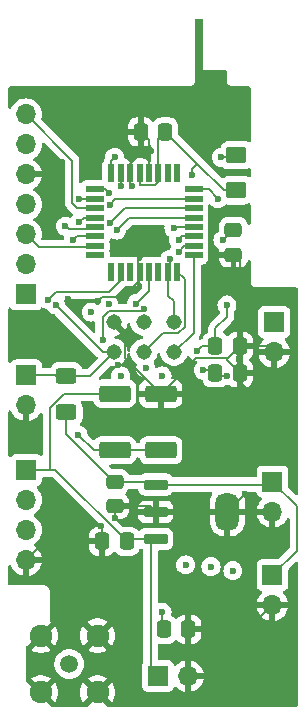
<source format=gbr>
%TF.GenerationSoftware,KiCad,Pcbnew,8.0.3-1.fc40*%
%TF.CreationDate,2024-06-24T14:15:41-04:00*%
%TF.ProjectId,OS42Micro,4f533432-4d69-4637-926f-2e6b69636164,rev?*%
%TF.SameCoordinates,Original*%
%TF.FileFunction,Copper,L4,Bot*%
%TF.FilePolarity,Positive*%
%FSLAX46Y46*%
G04 Gerber Fmt 4.6, Leading zero omitted, Abs format (unit mm)*
G04 Created by KiCad (PCBNEW 8.0.3-1.fc40) date 2024-06-24 14:15:41*
%MOMM*%
%LPD*%
G01*
G04 APERTURE LIST*
G04 Aperture macros list*
%AMRoundRect*
0 Rectangle with rounded corners*
0 $1 Rounding radius*
0 $2 $3 $4 $5 $6 $7 $8 $9 X,Y pos of 4 corners*
0 Add a 4 corners polygon primitive as box body*
4,1,4,$2,$3,$4,$5,$6,$7,$8,$9,$2,$3,0*
0 Add four circle primitives for the rounded corners*
1,1,$1+$1,$2,$3*
1,1,$1+$1,$4,$5*
1,1,$1+$1,$6,$7*
1,1,$1+$1,$8,$9*
0 Add four rect primitives between the rounded corners*
20,1,$1+$1,$2,$3,$4,$5,0*
20,1,$1+$1,$4,$5,$6,$7,0*
20,1,$1+$1,$6,$7,$8,$9,0*
20,1,$1+$1,$8,$9,$2,$3,0*%
G04 Aperture macros list end*
%TA.AperFunction,ComponentPad*%
%ADD10R,1.700000X1.700000*%
%TD*%
%TA.AperFunction,ComponentPad*%
%ADD11O,1.700000X1.700000*%
%TD*%
%TA.AperFunction,ComponentPad*%
%ADD12C,1.508000*%
%TD*%
%TA.AperFunction,ComponentPad*%
%ADD13C,1.920000*%
%TD*%
%TA.AperFunction,SMDPad,CuDef*%
%ADD14RoundRect,0.250000X0.337500X0.475000X-0.337500X0.475000X-0.337500X-0.475000X0.337500X-0.475000X0*%
%TD*%
%TA.AperFunction,SMDPad,CuDef*%
%ADD15RoundRect,0.250000X-0.475000X0.337500X-0.475000X-0.337500X0.475000X-0.337500X0.475000X0.337500X0*%
%TD*%
%TA.AperFunction,SMDPad,CuDef*%
%ADD16RoundRect,0.250000X0.625000X-0.400000X0.625000X0.400000X-0.625000X0.400000X-0.625000X-0.400000X0*%
%TD*%
%TA.AperFunction,SMDPad,CuDef*%
%ADD17RoundRect,0.250001X0.624999X-0.462499X0.624999X0.462499X-0.624999X0.462499X-0.624999X-0.462499X0*%
%TD*%
%TA.AperFunction,SMDPad,CuDef*%
%ADD18RoundRect,0.097900X-0.887100X-0.347100X0.887100X-0.347100X0.887100X0.347100X-0.887100X0.347100X0*%
%TD*%
%TA.AperFunction,SMDPad,CuDef*%
%ADD19RoundRect,0.788000X-0.197000X-0.807000X0.197000X-0.807000X0.197000X0.807000X-0.197000X0.807000X0*%
%TD*%
%TA.AperFunction,SMDPad,CuDef*%
%ADD20RoundRect,0.249999X1.075001X-0.450001X1.075001X0.450001X-1.075001X0.450001X-1.075001X-0.450001X0*%
%TD*%
%TA.AperFunction,ComponentPad*%
%ADD21C,1.308000*%
%TD*%
%TA.AperFunction,SMDPad,CuDef*%
%ADD22RoundRect,0.068750X-0.206250X0.666250X-0.206250X-0.666250X0.206250X-0.666250X0.206250X0.666250X0*%
%TD*%
%TA.AperFunction,SMDPad,CuDef*%
%ADD23RoundRect,0.068750X-0.666250X0.206250X-0.666250X-0.206250X0.666250X-0.206250X0.666250X0.206250X0*%
%TD*%
%TA.AperFunction,SMDPad,CuDef*%
%ADD24RoundRect,0.249999X-1.075001X0.450001X-1.075001X-0.450001X1.075001X-0.450001X1.075001X0.450001X0*%
%TD*%
%TA.AperFunction,ViaPad*%
%ADD25C,0.600000*%
%TD*%
%TA.AperFunction,Conductor*%
%ADD26C,0.200000*%
%TD*%
G04 APERTURE END LIST*
D10*
%TO.P,RST1,1,Pin_1*%
%TO.N,RESET*%
X134000000Y-125960000D03*
D11*
%TO.P,RST1,2,Pin_2*%
%TO.N,GND*%
X134000000Y-128500000D03*
%TD*%
D10*
%TO.P,PO1,1,Pin_1*%
%TO.N,VCC*%
X154850000Y-142850000D03*
D11*
%TO.P,PO1,2,Pin_2*%
%TO.N,GND*%
X154850000Y-145390000D03*
%TD*%
D10*
%TO.P,GF1,1,Pin_1*%
%TO.N,GPSFREEZE_1*%
X155000000Y-121460000D03*
D11*
%TO.P,GF1,2,Pin_2*%
%TO.N,GND*%
X155000000Y-124000000D03*
%TD*%
D10*
%TO.P,PWR1,1,Pin_1*%
%TO.N,PWRIN_VCC*%
X145150000Y-151425000D03*
D11*
%TO.P,PWR1,2,Pin_2*%
%TO.N,GND*%
X147690000Y-151425000D03*
%TD*%
D10*
%TO.P,GPIO1,1,Pin_1*%
%TO.N,A4*%
X133975000Y-119100000D03*
D11*
%TO.P,GPIO1,2,Pin_2*%
%TO.N,A5*%
X133975000Y-116560000D03*
%TO.P,GPIO1,3,Pin_3*%
%TO.N,A3*%
X133975000Y-114020000D03*
%TO.P,GPIO1,4,Pin_4*%
%TO.N,D4*%
X133975000Y-111480000D03*
%TO.P,GPIO1,5,Pin_5*%
%TO.N,GND*%
X133975000Y-108940000D03*
%TO.P,GPIO1,6,Pin_6*%
%TO.N,D1*%
X133975000Y-106400000D03*
%TO.P,GPIO1,7,Pin_7*%
%TO.N,D0*%
X133975000Y-103860000D03*
%TD*%
D12*
%TO.P,J5,1*%
%TO.N,Net-(U2-ANT)*%
X137637500Y-150400000D03*
D13*
%TO.P,J5,G1*%
%TO.N,GND*%
X135237500Y-148000000D03*
%TO.P,J5,G2*%
X135237500Y-152800000D03*
%TO.P,J5,G3*%
X140037500Y-152800000D03*
%TO.P,J5,G4*%
X140037500Y-148000000D03*
%TD*%
D10*
%TO.P,PO2,1,Pin_1*%
%TO.N,VCC*%
X154850000Y-134950000D03*
D11*
%TO.P,PO2,2,Pin_2*%
%TO.N,GND*%
X154850000Y-137490000D03*
%TD*%
D10*
%TO.P,UART1,1,Pin_1*%
%TO.N,PWRIN_VCC*%
X134000000Y-133960000D03*
D11*
%TO.P,UART1,2,Pin_2*%
%TO.N,RXD*%
X134000000Y-136500000D03*
%TO.P,UART1,3,Pin_3*%
%TO.N,TXD*%
X134000000Y-139040000D03*
%TO.P,UART1,4,Pin_4*%
%TO.N,GND*%
X134000000Y-141580000D03*
%TD*%
D14*
%TO.P,C7,1*%
%TO.N,VCC_PROG*%
X145787500Y-105350000D03*
%TO.P,C7,2*%
%TO.N,GND*%
X143712500Y-105350000D03*
%TD*%
D15*
%TO.P,C2,1*%
%TO.N,VCC*%
X141500000Y-134962500D03*
%TO.P,C2,2*%
%TO.N,GND*%
X141500000Y-137037500D03*
%TD*%
D16*
%TO.P,R4,1*%
%TO.N,VCC*%
X137400000Y-129100000D03*
%TO.P,R4,2*%
%TO.N,RESET*%
X137400000Y-126000000D03*
%TD*%
D15*
%TO.P,C6,1*%
%TO.N,Net-(U4-AREF)*%
X151550000Y-113662500D03*
%TO.P,C6,2*%
%TO.N,GND*%
X151550000Y-115737500D03*
%TD*%
D17*
%TO.P,D1,1,K*%
%TO.N,VCC_PROG*%
X151800000Y-110287500D03*
%TO.P,D1,2,A*%
%TO.N,VCC*%
X151800000Y-107312500D03*
%TD*%
D18*
%TO.P,U3,1,VIN*%
%TO.N,PWRIN_VCC*%
X144975000Y-139800000D03*
%TO.P,U3,2,GND_(TAB)*%
%TO.N,GND*%
X144975000Y-137500000D03*
%TO.P,U3,3,VOUT*%
%TO.N,VCC*%
X144975000Y-135200000D03*
D19*
%TO.P,U3,4,GND_(TAB)_2*%
%TO.N,GND*%
X151025000Y-137500000D03*
%TD*%
D20*
%TO.P,R1,1*%
%TO.N,BATTREAD*%
X141500000Y-132300000D03*
%TO.P,R1,2*%
%TO.N,PWRIN_VCC*%
X141500000Y-127500000D03*
%TD*%
D21*
%TO.P,U5,GND,GND*%
%TO.N,GND*%
X141420000Y-121460000D03*
%TO.P,U5,MISO,MISO*%
%TO.N,MISO*%
X146500000Y-124000000D03*
%TO.P,U5,MOSI,MOSI*%
%TO.N,MOSI*%
X143960000Y-121460000D03*
%TO.P,U5,RST,RST*%
%TO.N,RESET*%
X141420000Y-124000000D03*
%TO.P,U5,SCK,SCK*%
%TO.N,SCK*%
X143960000Y-124000000D03*
%TO.P,U5,VCC,VCC*%
%TO.N,VCC_PROG*%
X146500000Y-121460000D03*
%TD*%
D14*
%TO.P,C4,1*%
%TO.N,GND*%
X152087500Y-125750000D03*
%TO.P,C4,2*%
%TO.N,VCC*%
X150012500Y-125750000D03*
%TD*%
D22*
%TO.P,U4,1,PD3*%
%TO.N,DIO1*%
X141200000Y-108830000D03*
%TO.P,U4,2,PD4*%
%TO.N,D4*%
X142000000Y-108830000D03*
%TO.P,U4,3,GND*%
%TO.N,GND*%
X142800000Y-108830000D03*
%TO.P,U4,4,VCC*%
%TO.N,VCC_PROG*%
X143600000Y-108830000D03*
%TO.P,U4,5,GND*%
%TO.N,GND*%
X144400000Y-108830000D03*
%TO.P,U4,6,VCC*%
%TO.N,VCC_PROG*%
X145200000Y-108830000D03*
%TO.P,U4,7,PB6*%
%TO.N,unconnected-(U4-PB6-Pad7)*%
X146000000Y-108830000D03*
%TO.P,U4,8,PB7*%
%TO.N,unconnected-(U4-PB7-Pad8)*%
X146800000Y-108830000D03*
D23*
%TO.P,U4,9,PD5*%
%TO.N,DIO2*%
X148170000Y-110200000D03*
%TO.P,U4,10,PD6*%
%TO.N,Net-(U4-PD6)*%
X148170000Y-111000000D03*
%TO.P,U4,11,PD7*%
%TO.N,RXD*%
X148170000Y-111800000D03*
%TO.P,U4,12,PB0*%
%TO.N,TXD*%
X148170000Y-112600000D03*
%TO.P,U4,13,PB1*%
%TO.N,RESET_TX*%
X148170000Y-113400000D03*
%TO.P,U4,14,PB2*%
%TO.N,NSS*%
X148170000Y-114200000D03*
%TO.P,U4,15,PB3*%
%TO.N,MOSI*%
X148170000Y-115000000D03*
%TO.P,U4,16,PB4*%
%TO.N,MISO*%
X148170000Y-115800000D03*
D22*
%TO.P,U4,17,PB5*%
%TO.N,SCK*%
X146800000Y-117170000D03*
%TO.P,U4,18,AVCC*%
%TO.N,VCC_PROG*%
X146000000Y-117170000D03*
%TO.P,U4,19,ADC6*%
%TO.N,unconnected-(U4-ADC6-Pad19)*%
X145200000Y-117170000D03*
%TO.P,U4,20,AREF*%
%TO.N,Net-(U4-AREF)*%
X144400000Y-117170000D03*
%TO.P,U4,21,GND*%
%TO.N,GND*%
X143600000Y-117170000D03*
%TO.P,U4,22,ADC7*%
%TO.N,unconnected-(U4-ADC7-Pad22)*%
X142800000Y-117170000D03*
%TO.P,U4,23,PC0*%
%TO.N,BATTREAD*%
X142000000Y-117170000D03*
%TO.P,U4,24,PC1*%
%TO.N,unconnected-(U4-PC1-Pad24)*%
X141200000Y-117170000D03*
D23*
%TO.P,U4,25,PC2*%
%TO.N,unconnected-(U4-PC2-Pad25)*%
X139830000Y-115800000D03*
%TO.P,U4,26,PC3*%
%TO.N,A3*%
X139830000Y-115000000D03*
%TO.P,U4,27,PC4*%
%TO.N,A4*%
X139830000Y-114200000D03*
%TO.P,U4,28,PC5*%
%TO.N,A5*%
X139830000Y-113400000D03*
%TO.P,U4,29,PC6/~{RESET}*%
%TO.N,RESET*%
X139830000Y-112600000D03*
%TO.P,U4,30,PD0*%
%TO.N,D0*%
X139830000Y-111800000D03*
%TO.P,U4,31,PD1*%
%TO.N,D1*%
X139830000Y-111000000D03*
%TO.P,U4,32,PD2*%
%TO.N,DIO0*%
X139830000Y-110200000D03*
%TD*%
D14*
%TO.P,C5,1*%
%TO.N,GND*%
X147737500Y-147450000D03*
%TO.P,C5,2*%
%TO.N,VCC*%
X145662500Y-147450000D03*
%TD*%
%TO.P,C1,1*%
%TO.N,PWRIN_VCC*%
X142500000Y-140000000D03*
%TO.P,C1,2*%
%TO.N,GND*%
X140425000Y-140000000D03*
%TD*%
D24*
%TO.P,R2,1*%
%TO.N,GND*%
X145400000Y-127500000D03*
%TO.P,R2,2*%
%TO.N,BATTREAD*%
X145400000Y-132300000D03*
%TD*%
D14*
%TO.P,C3,1*%
%TO.N,GND*%
X152087500Y-123500000D03*
%TO.P,C3,2*%
%TO.N,VCC*%
X150012500Y-123500000D03*
%TD*%
D25*
%TO.N,GND*%
X142400000Y-150600000D03*
X137000000Y-107900000D03*
X141500000Y-138000000D03*
X148600000Y-132200000D03*
X142991263Y-109900001D03*
X148600000Y-139200000D03*
X142600000Y-153200000D03*
X141200000Y-105800000D03*
X144000000Y-114000000D03*
X137600000Y-152800000D03*
X152800000Y-127200000D03*
X140325735Y-138674265D03*
X149400000Y-148800000D03*
X152500000Y-129000000D03*
X151800000Y-105800000D03*
X155000000Y-147500000D03*
X140053554Y-119653554D03*
X139400000Y-106400000D03*
X156500000Y-126000000D03*
X144600000Y-107000000D03*
X137500000Y-119500000D03*
X152000000Y-124600000D03*
X141774000Y-125098365D03*
X137600000Y-141400000D03*
X135000000Y-150200000D03*
X156500000Y-119000000D03*
X149000000Y-153400000D03*
X153500000Y-119000000D03*
X140500000Y-141800000D03*
X148200000Y-105800000D03*
X135300000Y-121600000D03*
X156500000Y-132500000D03*
X142800000Y-148200000D03*
X151800000Y-112000000D03*
X152500000Y-101800000D03*
X137400000Y-138200000D03*
X152500000Y-136000000D03*
X150400000Y-146800000D03*
X138200000Y-105500000D03*
X142800000Y-146600000D03*
X154000000Y-141000000D03*
X153500000Y-132000000D03*
X156500000Y-130500000D03*
X156500000Y-127000000D03*
X148465641Y-101443761D03*
X151400000Y-133800000D03*
X143500000Y-115500000D03*
X140000000Y-150400000D03*
X139600000Y-108400000D03*
%TO.N,VCC*%
X149000000Y-125500000D03*
X145500000Y-146000000D03*
X150500000Y-107500000D03*
X151000000Y-126000000D03*
X148500000Y-123925000D03*
X151000000Y-120000000D03*
%TO.N,Net-(U4-AREF)*%
X150647500Y-114500000D03*
X143323340Y-119893249D03*
%TO.N,VCC_PROG*%
X148000000Y-109000000D03*
X146146000Y-116124265D03*
%TO.N,Net-(D2-A)*%
X144008042Y-120306997D03*
X140500000Y-123000000D03*
%TO.N,RXD*%
X139500000Y-120600000D03*
X141098529Y-113098529D03*
%TO.N,TXD*%
X141000000Y-119900000D03*
X141664216Y-113664216D03*
%TO.N,RESET*%
X138500000Y-113000000D03*
X136500000Y-120000000D03*
%TO.N,A4*%
X138000000Y-114500000D03*
%TO.N,A5*%
X137325735Y-113325735D03*
%TO.N,D4*%
X142000000Y-109900000D03*
%TO.N,D1*%
X138500000Y-111000000D03*
%TO.N,BATTREAD*%
X135834358Y-119556239D03*
X138400000Y-131000000D03*
%TO.N,NSS*%
X146900000Y-114500000D03*
X144124265Y-125375735D03*
%TO.N,Net-(U4-PD6)*%
X141056413Y-111494707D03*
%TO.N,MOSI*%
X146900000Y-115500000D03*
%TO.N,SCK*%
X145500000Y-126000000D03*
%TO.N,RESET_TX*%
X142000000Y-126000000D03*
X146500000Y-113500000D03*
%TO.N,DIO2*%
X150247500Y-111000000D03*
X151500000Y-142500000D03*
%TO.N,DIO1*%
X149647500Y-142147500D03*
X141500000Y-107500000D03*
%TO.N,DIO0*%
X141000000Y-110500000D03*
X147500000Y-142000000D03*
%TD*%
D26*
%TO.N,PWRIN_VCC*%
X144975000Y-139800000D02*
X144530000Y-140245000D01*
X144975000Y-139800000D02*
X142700000Y-139800000D01*
X144530000Y-140245000D02*
X144530000Y-150805000D01*
X141500000Y-127500000D02*
X137190256Y-127500000D01*
X142700000Y-139800000D02*
X142500000Y-140000000D01*
X136460000Y-133960000D02*
X136000000Y-133960000D01*
X136000000Y-133960000D02*
X134000000Y-133960000D01*
X136000000Y-128690256D02*
X136000000Y-133960000D01*
X142500000Y-140000000D02*
X136460000Y-133960000D01*
X137190256Y-127500000D02*
X136000000Y-128690256D01*
X144530000Y-150805000D02*
X145150000Y-151425000D01*
%TO.N,GND*%
X142401635Y-125098365D02*
X142700000Y-124800000D01*
X151062500Y-124525000D02*
X152087500Y-123500000D01*
X135580000Y-140000000D02*
X134000000Y-141580000D01*
X140425000Y-140000000D02*
X135580000Y-140000000D01*
X152000000Y-137500000D02*
X152010000Y-137490000D01*
X144600000Y-107000000D02*
X144600000Y-106700000D01*
X142800000Y-109708738D02*
X142991263Y-109900001D01*
X144400000Y-106750000D02*
X144400000Y-106500000D01*
X151550000Y-115737500D02*
X152087500Y-116275000D01*
X145400000Y-127500000D02*
X148375000Y-124525000D01*
X140425000Y-140000000D02*
X140425000Y-138773530D01*
X143600000Y-117170000D02*
X143600000Y-117905000D01*
X145400000Y-127500000D02*
X142700000Y-124800000D01*
X144400000Y-106500000D02*
X144400000Y-106037500D01*
X144600000Y-106700000D02*
X144400000Y-106500000D01*
X147737500Y-151377500D02*
X147690000Y-151425000D01*
X143500000Y-115500000D02*
X143500000Y-117070000D01*
X142374000Y-122414000D02*
X141420000Y-121460000D01*
X143500000Y-117070000D02*
X143600000Y-117170000D01*
X152000000Y-125662500D02*
X152087500Y-125750000D01*
X152000000Y-124600000D02*
X152000000Y-125662500D01*
X147737500Y-147450000D02*
X152790000Y-147450000D01*
X141774000Y-125098365D02*
X142401635Y-125098365D01*
X144512500Y-137037500D02*
X144975000Y-137500000D01*
X142205000Y-119300000D02*
X140407108Y-119300000D01*
X147737500Y-147450000D02*
X147737500Y-151377500D01*
X141500000Y-138000000D02*
X141500000Y-137037500D01*
X151025000Y-137500000D02*
X152500000Y-136025000D01*
X142800000Y-108830000D02*
X142800000Y-109708738D01*
X152087500Y-125750000D02*
X152087500Y-126487500D01*
X144145000Y-106750000D02*
X144400000Y-106750000D01*
X152087500Y-126487500D02*
X152800000Y-127200000D01*
X144400000Y-108830000D02*
X144400000Y-106750000D01*
X142800000Y-108830000D02*
X142800000Y-108095000D01*
X152500000Y-136025000D02*
X152500000Y-136000000D01*
X141500000Y-137037500D02*
X144512500Y-137037500D01*
X151000000Y-124525000D02*
X151062500Y-124525000D01*
X152790000Y-147450000D02*
X154850000Y-145390000D01*
X140425000Y-138773530D02*
X140325735Y-138674265D01*
X152087500Y-123500000D02*
X154500000Y-123500000D01*
X142800000Y-108095000D02*
X144145000Y-106750000D01*
X152010000Y-137490000D02*
X154850000Y-137490000D01*
X142700000Y-124800000D02*
X142374000Y-124474000D01*
X140407108Y-119300000D02*
X140053554Y-119653554D01*
X144975000Y-137500000D02*
X151025000Y-137500000D01*
X143600000Y-117905000D02*
X142205000Y-119300000D01*
X148375000Y-124525000D02*
X151000000Y-124525000D01*
X151000000Y-124525000D02*
X151000000Y-124662500D01*
X154500000Y-123500000D02*
X155000000Y-124000000D01*
X144400000Y-106037500D02*
X143712500Y-105350000D01*
X151000000Y-124662500D02*
X152087500Y-125750000D01*
X152087500Y-116275000D02*
X152087500Y-123500000D01*
X142374000Y-124474000D02*
X142374000Y-122414000D01*
X151025000Y-137500000D02*
X152000000Y-137500000D01*
%TO.N,VCC*%
X154850000Y-134950000D02*
X154550000Y-134950000D01*
X143962500Y-134962500D02*
X141500000Y-134962500D01*
X151000000Y-120000000D02*
X151000000Y-121000000D01*
X154550000Y-134950000D02*
X154300000Y-135200000D01*
X156900000Y-140800000D02*
X156900000Y-137000000D01*
X151000000Y-126000000D02*
X150262500Y-126000000D01*
X141462500Y-134962500D02*
X137400000Y-130900000D01*
X150262500Y-126000000D02*
X150012500Y-125750000D01*
X150012500Y-123500000D02*
X148925000Y-123500000D01*
X145500000Y-146000000D02*
X145500000Y-147287500D01*
X151000000Y-121000000D02*
X150012500Y-121987500D01*
X150012500Y-121987500D02*
X150012500Y-123500000D01*
X144975000Y-135200000D02*
X144200000Y-135200000D01*
X156900000Y-137000000D02*
X154850000Y-134950000D01*
X154850000Y-142850000D02*
X156900000Y-140800000D01*
X145500000Y-147287500D02*
X145662500Y-147450000D01*
X137400000Y-130900000D02*
X137400000Y-129100000D01*
X154300000Y-135200000D02*
X144975000Y-135200000D01*
X149762500Y-125500000D02*
X150012500Y-125750000D01*
X150500000Y-107500000D02*
X151612500Y-107500000D01*
X144200000Y-135200000D02*
X143962500Y-134962500D01*
X141500000Y-134962500D02*
X141462500Y-134962500D01*
X149000000Y-125500000D02*
X149762500Y-125500000D01*
X151612500Y-107500000D02*
X151800000Y-107312500D01*
X148925000Y-123500000D02*
X148500000Y-123925000D01*
%TO.N,Net-(U4-AREF)*%
X151550000Y-113662500D02*
X151485000Y-113662500D01*
X151485000Y-113662500D02*
X150647500Y-114500000D01*
X143323340Y-119893249D02*
X144400000Y-118816589D01*
X144400000Y-118816589D02*
X144400000Y-117170000D01*
%TO.N,VCC_PROG*%
X145200000Y-105937500D02*
X145200000Y-108830000D01*
X146500000Y-121460000D02*
X146500000Y-119700000D01*
X148468750Y-108031250D02*
X145787500Y-105350000D01*
X146500000Y-119700000D02*
X146000000Y-119200000D01*
X146146000Y-117024000D02*
X146000000Y-117170000D01*
X146000000Y-119200000D02*
X146000000Y-117170000D01*
X148000000Y-108500000D02*
X148000000Y-109000000D01*
X143600000Y-109850000D02*
X143600000Y-108830000D01*
X146146000Y-116124265D02*
X146146000Y-117024000D01*
X145200000Y-108830000D02*
X145200000Y-109565000D01*
X151800000Y-110287500D02*
X150725000Y-110287500D01*
X150725000Y-110287500D02*
X148468750Y-108031250D01*
X145787500Y-105350000D02*
X145200000Y-105937500D01*
X143615000Y-109865000D02*
X143600000Y-109850000D01*
X145200000Y-109565000D02*
X144900000Y-109865000D01*
X144900000Y-109865000D02*
X143615000Y-109865000D01*
X148468750Y-108031250D02*
X148000000Y-108500000D01*
%TO.N,Net-(D2-A)*%
X140466000Y-121034000D02*
X141000000Y-120500000D01*
X140466000Y-122966000D02*
X140466000Y-121034000D01*
X140500000Y-123000000D02*
X140466000Y-122966000D01*
X143815039Y-120500000D02*
X144008042Y-120306997D01*
X141000000Y-120500000D02*
X143815039Y-120500000D01*
%TO.N,RXD*%
X142397058Y-111800000D02*
X148170000Y-111800000D01*
X141098529Y-113098529D02*
X142397058Y-111800000D01*
%TO.N,TXD*%
X141664216Y-113664216D02*
X142728432Y-112600000D01*
X142728432Y-112600000D02*
X148170000Y-112600000D01*
%TO.N,RESET*%
X137400000Y-126000000D02*
X136500000Y-126000000D01*
X139420000Y-126000000D02*
X141420000Y-124000000D01*
X141420000Y-124000000D02*
X140495105Y-124000000D01*
X138900000Y-112600000D02*
X138500000Y-113000000D01*
X139830000Y-112600000D02*
X138900000Y-112600000D01*
X136500000Y-126000000D02*
X136460000Y-125960000D01*
X137400000Y-126000000D02*
X139420000Y-126000000D01*
X140495105Y-124000000D02*
X136500000Y-120004895D01*
X136500000Y-120004895D02*
X136500000Y-120000000D01*
X136460000Y-125960000D02*
X134000000Y-125960000D01*
%TO.N,A4*%
X138300000Y-114200000D02*
X138000000Y-114500000D01*
X139830000Y-114200000D02*
X138300000Y-114200000D01*
%TO.N,A5*%
X139630000Y-113600000D02*
X137600000Y-113600000D01*
X139830000Y-113400000D02*
X139630000Y-113600000D01*
X137600000Y-113600000D02*
X137325735Y-113325735D01*
%TO.N,A3*%
X133975000Y-114020000D02*
X135055000Y-115100000D01*
X135055000Y-115100000D02*
X139730000Y-115100000D01*
X139730000Y-115100000D02*
X139830000Y-115000000D01*
%TO.N,D4*%
X142000000Y-108830000D02*
X142000000Y-109900000D01*
%TO.N,D1*%
X139830000Y-111000000D02*
X138500000Y-111000000D01*
%TO.N,D0*%
X137900000Y-111400000D02*
X138300000Y-111800000D01*
X133975000Y-103860000D02*
X137900000Y-107785000D01*
X137900000Y-107785000D02*
X137900000Y-111400000D01*
X138300000Y-111800000D02*
X139830000Y-111800000D01*
%TO.N,BATTREAD*%
X141500000Y-132300000D02*
X139700000Y-132300000D01*
X135834358Y-119556239D02*
X136490597Y-118900000D01*
X145400000Y-132300000D02*
X141500000Y-132300000D01*
X142000000Y-117905000D02*
X142000000Y-117170000D01*
X139700000Y-132300000D02*
X138400000Y-131000000D01*
X136490597Y-118900000D02*
X141005000Y-118900000D01*
X141005000Y-118900000D02*
X142000000Y-117905000D01*
%TO.N,NSS*%
X148170000Y-114200000D02*
X147200000Y-114200000D01*
X147200000Y-114200000D02*
X146900000Y-114500000D01*
%TO.N,Net-(U4-PD6)*%
X141551120Y-111000000D02*
X148170000Y-111000000D01*
X141056413Y-111494707D02*
X141551120Y-111000000D01*
%TO.N,MISO*%
X148170000Y-122330000D02*
X146500000Y-124000000D01*
X148170000Y-115800000D02*
X148170000Y-122330000D01*
%TO.N,MOSI*%
X147400000Y-115000000D02*
X146900000Y-115500000D01*
X148170000Y-115000000D02*
X147400000Y-115000000D01*
%TO.N,SCK*%
X146895160Y-122414000D02*
X147454000Y-121855160D01*
X147454000Y-117824000D02*
X146800000Y-117170000D01*
X145546000Y-122414000D02*
X146895160Y-122414000D01*
X143960000Y-124000000D02*
X145546000Y-122414000D01*
X147454000Y-121855160D02*
X147454000Y-117824000D01*
%TO.N,RESET_TX*%
X146600000Y-113400000D02*
X146500000Y-113500000D01*
X148170000Y-113400000D02*
X146600000Y-113400000D01*
%TO.N,DIO2*%
X150247500Y-111000000D02*
X149447500Y-110200000D01*
X149447500Y-110200000D02*
X148170000Y-110200000D01*
%TO.N,DIO1*%
X141200000Y-107800000D02*
X141200000Y-108830000D01*
X141500000Y-107500000D02*
X141200000Y-107800000D01*
%TO.N,DIO0*%
X140700000Y-110200000D02*
X141000000Y-110500000D01*
X139830000Y-110200000D02*
X140700000Y-110200000D01*
%TD*%
%TA.AperFunction,Conductor*%
%TO.N,GND*%
G36*
X136226942Y-134580185D02*
G01*
X136247584Y-134596819D01*
X140214084Y-138563319D01*
X140247569Y-138624642D01*
X140242585Y-138694334D01*
X140200713Y-138750267D01*
X140135249Y-138774684D01*
X140126404Y-138775000D01*
X140037529Y-138775000D01*
X140037512Y-138775001D01*
X139934802Y-138785494D01*
X139768380Y-138840641D01*
X139768375Y-138840643D01*
X139619154Y-138932684D01*
X139495184Y-139056654D01*
X139403143Y-139205875D01*
X139403141Y-139205880D01*
X139347994Y-139372302D01*
X139347993Y-139372309D01*
X139337500Y-139475013D01*
X139337500Y-139750000D01*
X140551000Y-139750000D01*
X140618039Y-139769685D01*
X140663794Y-139822489D01*
X140675000Y-139874000D01*
X140675000Y-141224999D01*
X140812472Y-141224999D01*
X140812486Y-141224998D01*
X140915197Y-141214505D01*
X141081619Y-141159358D01*
X141081624Y-141159356D01*
X141230845Y-141067315D01*
X141354818Y-140943342D01*
X141356665Y-140940348D01*
X141358469Y-140938724D01*
X141359298Y-140937677D01*
X141359476Y-140937818D01*
X141408610Y-140893621D01*
X141477573Y-140882396D01*
X141541656Y-140910236D01*
X141567743Y-140940341D01*
X141569788Y-140943656D01*
X141693844Y-141067712D01*
X141843166Y-141159814D01*
X142009703Y-141214999D01*
X142112491Y-141225500D01*
X142887508Y-141225499D01*
X142887516Y-141225498D01*
X142887519Y-141225498D01*
X142943802Y-141219748D01*
X142990297Y-141214999D01*
X143156834Y-141159814D01*
X143306156Y-141067712D01*
X143430212Y-140943656D01*
X143522314Y-140794334D01*
X143553844Y-140699182D01*
X143593615Y-140641739D01*
X143658131Y-140614916D01*
X143726907Y-140627231D01*
X143747035Y-140639812D01*
X143786118Y-140669802D01*
X143852955Y-140697486D01*
X143907355Y-140741325D01*
X143929421Y-140807619D01*
X143929500Y-140812046D01*
X143929500Y-150193486D01*
X143909815Y-150260525D01*
X143904767Y-150267797D01*
X143856204Y-150332668D01*
X143856202Y-150332671D01*
X143805908Y-150467517D01*
X143799501Y-150527116D01*
X143799500Y-150527135D01*
X143799500Y-152322870D01*
X143799501Y-152322876D01*
X143805908Y-152382483D01*
X143856202Y-152517328D01*
X143856206Y-152517335D01*
X143942452Y-152632544D01*
X143942455Y-152632547D01*
X144057664Y-152718793D01*
X144057671Y-152718797D01*
X144192517Y-152769091D01*
X144192516Y-152769091D01*
X144199444Y-152769835D01*
X144252127Y-152775500D01*
X146047872Y-152775499D01*
X146107483Y-152769091D01*
X146242331Y-152718796D01*
X146357546Y-152632546D01*
X146443796Y-152517331D01*
X146493002Y-152385401D01*
X146534872Y-152329468D01*
X146600337Y-152305050D01*
X146668610Y-152319901D01*
X146696865Y-152341053D01*
X146818917Y-152463105D01*
X147012421Y-152598600D01*
X147226507Y-152698429D01*
X147226516Y-152698433D01*
X147440000Y-152755634D01*
X147440000Y-151858012D01*
X147497007Y-151890925D01*
X147624174Y-151925000D01*
X147755826Y-151925000D01*
X147882993Y-151890925D01*
X147940000Y-151858012D01*
X147940000Y-152755633D01*
X148153483Y-152698433D01*
X148153492Y-152698429D01*
X148367578Y-152598600D01*
X148561082Y-152463105D01*
X148728105Y-152296082D01*
X148863600Y-152102578D01*
X148963429Y-151888492D01*
X148963432Y-151888486D01*
X149020636Y-151675000D01*
X148123012Y-151675000D01*
X148155925Y-151617993D01*
X148190000Y-151490826D01*
X148190000Y-151359174D01*
X148155925Y-151232007D01*
X148123012Y-151175000D01*
X149020636Y-151175000D01*
X149020635Y-151174999D01*
X148963432Y-150961513D01*
X148963429Y-150961507D01*
X148863600Y-150747422D01*
X148863599Y-150747420D01*
X148728113Y-150553926D01*
X148728108Y-150553920D01*
X148561082Y-150386894D01*
X148367578Y-150251399D01*
X148153492Y-150151570D01*
X148153486Y-150151567D01*
X147940000Y-150094364D01*
X147940000Y-150991988D01*
X147882993Y-150959075D01*
X147755826Y-150925000D01*
X147624174Y-150925000D01*
X147497007Y-150959075D01*
X147440000Y-150991988D01*
X147440000Y-150094364D01*
X147439999Y-150094364D01*
X147226513Y-150151567D01*
X147226507Y-150151570D01*
X147012422Y-150251399D01*
X147012420Y-150251400D01*
X146818926Y-150386886D01*
X146696865Y-150508947D01*
X146635542Y-150542431D01*
X146565850Y-150537447D01*
X146509917Y-150495575D01*
X146493002Y-150464598D01*
X146443797Y-150332671D01*
X146443793Y-150332664D01*
X146357547Y-150217455D01*
X146357544Y-150217452D01*
X146242335Y-150131206D01*
X146242328Y-150131202D01*
X146107482Y-150080908D01*
X146107483Y-150080908D01*
X146047883Y-150074501D01*
X146047881Y-150074500D01*
X146047873Y-150074500D01*
X146047865Y-150074500D01*
X145254500Y-150074500D01*
X145187461Y-150054815D01*
X145141706Y-150002011D01*
X145130500Y-149950500D01*
X145130500Y-148798052D01*
X145150185Y-148731013D01*
X145202989Y-148685258D01*
X145267103Y-148674694D01*
X145274991Y-148675500D01*
X146050008Y-148675499D01*
X146050016Y-148675498D01*
X146050019Y-148675498D01*
X146106302Y-148669748D01*
X146152797Y-148664999D01*
X146319334Y-148609814D01*
X146468656Y-148517712D01*
X146592712Y-148393656D01*
X146594752Y-148390347D01*
X146596745Y-148388555D01*
X146597193Y-148387989D01*
X146597289Y-148388065D01*
X146646694Y-148343623D01*
X146715656Y-148332395D01*
X146779740Y-148360234D01*
X146805829Y-148390339D01*
X146807681Y-148393341D01*
X146807683Y-148393344D01*
X146931654Y-148517315D01*
X147080875Y-148609356D01*
X147080880Y-148609358D01*
X147247302Y-148664505D01*
X147247309Y-148664506D01*
X147350019Y-148674999D01*
X147487499Y-148674999D01*
X147987500Y-148674999D01*
X148124972Y-148674999D01*
X148124986Y-148674998D01*
X148227697Y-148664505D01*
X148394119Y-148609358D01*
X148394124Y-148609356D01*
X148543345Y-148517315D01*
X148667315Y-148393345D01*
X148759356Y-148244124D01*
X148759358Y-148244119D01*
X148814505Y-148077697D01*
X148814506Y-148077690D01*
X148824999Y-147974986D01*
X148825000Y-147974973D01*
X148825000Y-147700000D01*
X147987500Y-147700000D01*
X147987500Y-148674999D01*
X147487499Y-148674999D01*
X147487500Y-148674998D01*
X147487500Y-147200000D01*
X147987500Y-147200000D01*
X148824999Y-147200000D01*
X148824999Y-146925028D01*
X148824998Y-146925013D01*
X148814505Y-146822302D01*
X148759358Y-146655880D01*
X148759356Y-146655875D01*
X148667315Y-146506654D01*
X148543345Y-146382684D01*
X148394124Y-146290643D01*
X148394119Y-146290641D01*
X148227697Y-146235494D01*
X148227690Y-146235493D01*
X148124986Y-146225000D01*
X147987500Y-146225000D01*
X147987500Y-147200000D01*
X147487500Y-147200000D01*
X147487500Y-146225000D01*
X147350027Y-146225000D01*
X147350012Y-146225001D01*
X147247302Y-146235494D01*
X147080880Y-146290641D01*
X147080875Y-146290643D01*
X146931654Y-146382684D01*
X146807683Y-146506655D01*
X146807679Y-146506660D01*
X146805826Y-146509665D01*
X146804018Y-146511290D01*
X146803202Y-146512323D01*
X146803025Y-146512183D01*
X146753874Y-146556385D01*
X146684911Y-146567601D01*
X146620831Y-146539752D01*
X146594753Y-146509653D01*
X146594737Y-146509628D01*
X146592712Y-146506344D01*
X146468656Y-146382288D01*
X146342815Y-146304669D01*
X146296092Y-146252722D01*
X146284693Y-146185247D01*
X146305565Y-146000002D01*
X146305565Y-145999996D01*
X146285369Y-145820750D01*
X146285368Y-145820745D01*
X146225789Y-145650478D01*
X146129816Y-145497738D01*
X146002262Y-145370184D01*
X145929038Y-145324174D01*
X145849523Y-145274211D01*
X145679254Y-145214631D01*
X145679249Y-145214630D01*
X145500004Y-145194435D01*
X145499996Y-145194435D01*
X145320750Y-145214630D01*
X145320739Y-145214633D01*
X145295453Y-145223481D01*
X145225675Y-145227042D01*
X145165048Y-145192313D01*
X145132821Y-145130319D01*
X145130500Y-145106439D01*
X145130500Y-141999996D01*
X146694435Y-141999996D01*
X146694435Y-142000003D01*
X146714630Y-142179249D01*
X146714631Y-142179254D01*
X146774211Y-142349523D01*
X146805989Y-142400097D01*
X146870184Y-142502262D01*
X146997738Y-142629816D01*
X147150478Y-142725789D01*
X147297731Y-142777315D01*
X147320745Y-142785368D01*
X147320750Y-142785369D01*
X147499996Y-142805565D01*
X147500000Y-142805565D01*
X147500004Y-142805565D01*
X147679249Y-142785369D01*
X147679252Y-142785368D01*
X147679255Y-142785368D01*
X147849522Y-142725789D01*
X148002262Y-142629816D01*
X148129816Y-142502262D01*
X148225789Y-142349522D01*
X148285368Y-142179255D01*
X148285369Y-142179249D01*
X148288947Y-142147496D01*
X148841935Y-142147496D01*
X148841935Y-142147503D01*
X148862130Y-142326749D01*
X148862131Y-142326754D01*
X148921711Y-142497023D01*
X149005150Y-142629815D01*
X149017684Y-142649762D01*
X149145238Y-142777316D01*
X149297978Y-142873289D01*
X149404701Y-142910633D01*
X149468245Y-142932868D01*
X149468250Y-142932869D01*
X149647496Y-142953065D01*
X149647500Y-142953065D01*
X149647504Y-142953065D01*
X149826749Y-142932869D01*
X149826752Y-142932868D01*
X149826755Y-142932868D01*
X149997022Y-142873289D01*
X150149762Y-142777316D01*
X150277316Y-142649762D01*
X150371420Y-142499996D01*
X150694435Y-142499996D01*
X150694435Y-142500003D01*
X150714630Y-142679249D01*
X150714631Y-142679254D01*
X150774211Y-142849523D01*
X150812610Y-142910634D01*
X150870184Y-143002262D01*
X150997738Y-143129816D01*
X151150478Y-143225789D01*
X151320745Y-143285368D01*
X151320750Y-143285369D01*
X151499996Y-143305565D01*
X151500000Y-143305565D01*
X151500004Y-143305565D01*
X151679249Y-143285369D01*
X151679252Y-143285368D01*
X151679255Y-143285368D01*
X151849522Y-143225789D01*
X152002262Y-143129816D01*
X152129816Y-143002262D01*
X152225789Y-142849522D01*
X152285368Y-142679255D01*
X152288691Y-142649762D01*
X152305565Y-142500003D01*
X152305565Y-142499996D01*
X152285369Y-142320750D01*
X152285368Y-142320745D01*
X152263265Y-142257578D01*
X152225789Y-142150478D01*
X152223915Y-142147496D01*
X152131237Y-142000000D01*
X152129816Y-141997738D01*
X152002262Y-141870184D01*
X151938310Y-141830000D01*
X151849523Y-141774211D01*
X151679254Y-141714631D01*
X151679249Y-141714630D01*
X151500004Y-141694435D01*
X151499996Y-141694435D01*
X151320750Y-141714630D01*
X151320745Y-141714631D01*
X151150476Y-141774211D01*
X150997737Y-141870184D01*
X150870184Y-141997737D01*
X150774211Y-142150476D01*
X150714631Y-142320745D01*
X150714630Y-142320750D01*
X150694435Y-142499996D01*
X150371420Y-142499996D01*
X150373289Y-142497022D01*
X150432868Y-142326755D01*
X150434484Y-142312416D01*
X150453065Y-142147503D01*
X150453065Y-142147496D01*
X150432869Y-141968250D01*
X150432868Y-141968245D01*
X150427224Y-141952116D01*
X150373289Y-141797978D01*
X150277316Y-141645238D01*
X150149762Y-141517684D01*
X150120824Y-141499501D01*
X149997023Y-141421711D01*
X149826754Y-141362131D01*
X149826749Y-141362130D01*
X149647504Y-141341935D01*
X149647496Y-141341935D01*
X149468250Y-141362130D01*
X149468245Y-141362131D01*
X149297976Y-141421711D01*
X149145237Y-141517684D01*
X149017684Y-141645237D01*
X148921711Y-141797976D01*
X148862131Y-141968245D01*
X148862130Y-141968250D01*
X148841935Y-142147496D01*
X148288947Y-142147496D01*
X148305565Y-142000003D01*
X148305565Y-141999996D01*
X148285369Y-141820750D01*
X148285368Y-141820745D01*
X148225788Y-141650476D01*
X148134950Y-141505909D01*
X148129816Y-141497738D01*
X148002262Y-141370184D01*
X147938308Y-141329999D01*
X147849523Y-141274211D01*
X147679254Y-141214631D01*
X147679249Y-141214630D01*
X147500004Y-141194435D01*
X147499996Y-141194435D01*
X147320750Y-141214630D01*
X147320745Y-141214631D01*
X147150476Y-141274211D01*
X146997737Y-141370184D01*
X146870184Y-141497737D01*
X146774211Y-141650476D01*
X146714631Y-141820745D01*
X146714630Y-141820750D01*
X146694435Y-141999996D01*
X145130500Y-141999996D01*
X145130500Y-140869500D01*
X145150185Y-140802461D01*
X145202989Y-140756706D01*
X145254500Y-140745500D01*
X145901317Y-140745500D01*
X145901324Y-140745500D01*
X146018314Y-140730098D01*
X146163882Y-140669802D01*
X146288884Y-140573884D01*
X146384802Y-140448882D01*
X146445098Y-140303314D01*
X146460500Y-140186324D01*
X146460500Y-139413676D01*
X146445098Y-139296686D01*
X146384802Y-139151118D01*
X146288884Y-139026116D01*
X146163882Y-138930198D01*
X146163878Y-138930196D01*
X146018317Y-138869903D01*
X146018315Y-138869902D01*
X146018314Y-138869902D01*
X146003690Y-138867976D01*
X145901331Y-138854500D01*
X145901324Y-138854500D01*
X144048676Y-138854500D01*
X144048668Y-138854500D01*
X143931686Y-138869902D01*
X143931682Y-138869903D01*
X143786121Y-138930196D01*
X143786118Y-138930197D01*
X143786118Y-138930198D01*
X143661116Y-139026116D01*
X143661115Y-139026117D01*
X143661114Y-139026118D01*
X143632264Y-139063716D01*
X143575836Y-139104919D01*
X143506090Y-139109073D01*
X143445170Y-139074860D01*
X143434965Y-139061795D01*
X143434693Y-139062011D01*
X143430211Y-139056343D01*
X143306157Y-138932289D01*
X143306156Y-138932288D01*
X143156834Y-138840186D01*
X142990297Y-138785001D01*
X142990295Y-138785000D01*
X142887516Y-138774500D01*
X142887509Y-138774500D01*
X142175097Y-138774500D01*
X142108058Y-138754815D01*
X142087416Y-138738181D01*
X141685915Y-138336680D01*
X141652430Y-138275357D01*
X141657414Y-138205665D01*
X141699286Y-138149732D01*
X141764750Y-138125315D01*
X141773596Y-138124999D01*
X142024972Y-138124999D01*
X142024986Y-138124998D01*
X142127697Y-138114505D01*
X142294119Y-138059358D01*
X142294124Y-138059356D01*
X142443345Y-137967315D01*
X142524367Y-137886293D01*
X143490000Y-137886293D01*
X143505390Y-138003182D01*
X143505390Y-138003183D01*
X143565635Y-138148628D01*
X143661473Y-138273526D01*
X143786371Y-138369364D01*
X143931817Y-138429609D01*
X144048706Y-138444999D01*
X144048721Y-138445000D01*
X144725000Y-138445000D01*
X145225000Y-138445000D01*
X145901279Y-138445000D01*
X145901293Y-138444999D01*
X146018182Y-138429609D01*
X146018183Y-138429609D01*
X146163628Y-138369364D01*
X146171610Y-138363239D01*
X149540001Y-138363239D01*
X149554722Y-138531511D01*
X149554722Y-138531512D01*
X149613051Y-138749200D01*
X149613055Y-138749211D01*
X149708296Y-138953456D01*
X149708302Y-138953466D01*
X149837566Y-139138073D01*
X149996926Y-139297433D01*
X150181533Y-139426697D01*
X150181543Y-139426703D01*
X150385788Y-139521944D01*
X150385799Y-139521948D01*
X150603485Y-139580277D01*
X150603492Y-139580278D01*
X150771755Y-139594999D01*
X150771765Y-139595000D01*
X150775000Y-139594999D01*
X151275000Y-139594999D01*
X151278236Y-139594999D01*
X151278239Y-139594998D01*
X151446511Y-139580277D01*
X151446512Y-139580277D01*
X151664200Y-139521948D01*
X151664211Y-139521944D01*
X151868456Y-139426703D01*
X151868466Y-139426697D01*
X152053073Y-139297433D01*
X152212433Y-139138073D01*
X152341697Y-138953466D01*
X152341703Y-138953456D01*
X152436944Y-138749211D01*
X152436948Y-138749200D01*
X152495277Y-138531514D01*
X152495278Y-138531507D01*
X152509999Y-138363240D01*
X152510000Y-138363238D01*
X152510000Y-137750000D01*
X151275000Y-137750000D01*
X151275000Y-139594999D01*
X150775000Y-139594999D01*
X150775000Y-137750000D01*
X149540001Y-137750000D01*
X149540001Y-138363239D01*
X146171610Y-138363239D01*
X146288526Y-138273526D01*
X146384364Y-138148628D01*
X146444609Y-138003183D01*
X146444609Y-138003182D01*
X146459999Y-137886293D01*
X146460000Y-137886279D01*
X146460000Y-137750000D01*
X145225000Y-137750000D01*
X145225000Y-138445000D01*
X144725000Y-138445000D01*
X144725000Y-137750000D01*
X143490000Y-137750000D01*
X143490000Y-137886293D01*
X142524367Y-137886293D01*
X142567315Y-137843345D01*
X142659356Y-137694124D01*
X142659358Y-137694119D01*
X142714505Y-137527697D01*
X142714506Y-137527690D01*
X142724999Y-137424986D01*
X142725000Y-137424973D01*
X142725000Y-137287500D01*
X141374000Y-137287500D01*
X141306961Y-137267815D01*
X141261206Y-137215011D01*
X141250000Y-137163500D01*
X141250000Y-137113706D01*
X143490000Y-137113706D01*
X143490000Y-137250000D01*
X144725000Y-137250000D01*
X145225000Y-137250000D01*
X146460000Y-137250000D01*
X146460000Y-137113720D01*
X146459999Y-137113706D01*
X146444609Y-136996817D01*
X146444609Y-136996816D01*
X146384364Y-136851371D01*
X146288526Y-136726473D01*
X146163628Y-136630635D01*
X146018182Y-136570390D01*
X145901293Y-136555000D01*
X145225000Y-136555000D01*
X145225000Y-137250000D01*
X144725000Y-137250000D01*
X144725000Y-136555000D01*
X144048706Y-136555000D01*
X143931817Y-136570390D01*
X143931816Y-136570390D01*
X143786371Y-136630635D01*
X143661473Y-136726473D01*
X143565635Y-136851371D01*
X143505390Y-136996816D01*
X143505390Y-136996817D01*
X143490000Y-137113706D01*
X141250000Y-137113706D01*
X141250000Y-136911500D01*
X141269685Y-136844461D01*
X141322489Y-136798706D01*
X141374000Y-136787500D01*
X142724999Y-136787500D01*
X142724999Y-136650028D01*
X142724998Y-136650013D01*
X142714505Y-136547302D01*
X142659358Y-136380880D01*
X142659356Y-136380875D01*
X142567315Y-136231654D01*
X142443344Y-136107683D01*
X142443341Y-136107681D01*
X142440339Y-136105829D01*
X142438713Y-136104021D01*
X142437677Y-136103202D01*
X142437817Y-136103024D01*
X142393617Y-136053880D01*
X142382397Y-135984917D01*
X142410243Y-135920836D01*
X142440344Y-135894754D01*
X142443656Y-135892712D01*
X142567712Y-135768656D01*
X142658229Y-135621902D01*
X142710177Y-135575179D01*
X142763768Y-135563000D01*
X143377684Y-135563000D01*
X143444723Y-135582685D01*
X143490478Y-135635489D01*
X143500623Y-135670813D01*
X143504902Y-135703313D01*
X143504903Y-135703317D01*
X143564779Y-135847872D01*
X143565198Y-135848882D01*
X143661116Y-135973884D01*
X143786118Y-136069802D01*
X143931686Y-136130098D01*
X144048676Y-136145500D01*
X144048683Y-136145500D01*
X145901317Y-136145500D01*
X145901324Y-136145500D01*
X146018314Y-136130098D01*
X146163882Y-136069802D01*
X146288884Y-135973884D01*
X146375004Y-135861651D01*
X146384702Y-135849013D01*
X146441130Y-135807811D01*
X146483077Y-135800500D01*
X149642376Y-135800500D01*
X149709415Y-135820185D01*
X149755170Y-135872989D01*
X149765114Y-135942147D01*
X149743950Y-135995624D01*
X149708301Y-136046533D01*
X149708296Y-136046543D01*
X149613055Y-136250788D01*
X149613051Y-136250799D01*
X149554722Y-136468485D01*
X149554721Y-136468492D01*
X149540000Y-136636759D01*
X149540000Y-137250000D01*
X152509999Y-137250000D01*
X152509999Y-136636764D01*
X152509998Y-136636760D01*
X152495277Y-136468488D01*
X152495277Y-136468487D01*
X152436948Y-136250799D01*
X152436944Y-136250788D01*
X152341703Y-136046543D01*
X152341698Y-136046533D01*
X152306050Y-135995624D01*
X152283722Y-135929419D01*
X152300731Y-135861651D01*
X152351679Y-135813838D01*
X152407624Y-135800500D01*
X153383023Y-135800500D01*
X153450062Y-135820185D01*
X153495817Y-135872989D01*
X153503266Y-135900134D01*
X153504124Y-135899932D01*
X153505907Y-135907479D01*
X153556202Y-136042328D01*
X153556206Y-136042335D01*
X153642452Y-136157544D01*
X153642455Y-136157547D01*
X153757664Y-136243793D01*
X153757671Y-136243797D01*
X153776445Y-136250799D01*
X153889598Y-136293002D01*
X153945531Y-136334873D01*
X153969949Y-136400337D01*
X153955098Y-136468610D01*
X153933947Y-136496865D01*
X153811886Y-136618926D01*
X153676400Y-136812420D01*
X153676399Y-136812422D01*
X153576570Y-137026507D01*
X153576567Y-137026513D01*
X153519364Y-137239999D01*
X153519364Y-137240000D01*
X154416988Y-137240000D01*
X154384075Y-137297007D01*
X154350000Y-137424174D01*
X154350000Y-137555826D01*
X154384075Y-137682993D01*
X154416988Y-137740000D01*
X153519364Y-137740000D01*
X153576567Y-137953486D01*
X153576570Y-137953492D01*
X153676399Y-138167578D01*
X153811894Y-138361082D01*
X153978917Y-138528105D01*
X154172421Y-138663600D01*
X154386507Y-138763429D01*
X154386516Y-138763433D01*
X154600000Y-138820634D01*
X154600000Y-137923012D01*
X154657007Y-137955925D01*
X154784174Y-137990000D01*
X154915826Y-137990000D01*
X155042993Y-137955925D01*
X155100000Y-137923012D01*
X155100000Y-138820633D01*
X155313483Y-138763433D01*
X155313492Y-138763429D01*
X155527578Y-138663600D01*
X155721082Y-138528105D01*
X155888105Y-138361082D01*
X156023600Y-138167577D01*
X156023601Y-138167575D01*
X156063118Y-138082832D01*
X156109290Y-138030392D01*
X156176483Y-138011240D01*
X156243365Y-138031455D01*
X156288699Y-138084621D01*
X156299500Y-138135236D01*
X156299500Y-140499902D01*
X156279815Y-140566941D01*
X156263181Y-140587583D01*
X155387582Y-141463181D01*
X155326259Y-141496666D01*
X155299901Y-141499500D01*
X153952129Y-141499500D01*
X153952123Y-141499501D01*
X153892516Y-141505908D01*
X153757671Y-141556202D01*
X153757664Y-141556206D01*
X153642455Y-141642452D01*
X153642452Y-141642455D01*
X153556206Y-141757664D01*
X153556202Y-141757671D01*
X153505908Y-141892517D01*
X153499501Y-141952116D01*
X153499500Y-141952135D01*
X153499500Y-143747870D01*
X153499501Y-143747876D01*
X153505908Y-143807483D01*
X153556202Y-143942328D01*
X153556206Y-143942335D01*
X153642452Y-144057544D01*
X153642455Y-144057547D01*
X153757664Y-144143793D01*
X153757671Y-144143797D01*
X153757674Y-144143798D01*
X153889598Y-144193002D01*
X153945531Y-144234873D01*
X153969949Y-144300337D01*
X153955098Y-144368610D01*
X153933947Y-144396865D01*
X153811886Y-144518926D01*
X153676400Y-144712420D01*
X153676399Y-144712422D01*
X153576570Y-144926507D01*
X153576567Y-144926513D01*
X153519364Y-145139999D01*
X153519364Y-145140000D01*
X154416988Y-145140000D01*
X154384075Y-145197007D01*
X154350000Y-145324174D01*
X154350000Y-145455826D01*
X154384075Y-145582993D01*
X154416988Y-145640000D01*
X153519364Y-145640000D01*
X153576567Y-145853486D01*
X153576570Y-145853492D01*
X153676399Y-146067578D01*
X153811894Y-146261082D01*
X153978917Y-146428105D01*
X154172421Y-146563600D01*
X154386507Y-146663429D01*
X154386516Y-146663433D01*
X154600000Y-146720634D01*
X154600000Y-145823012D01*
X154657007Y-145855925D01*
X154784174Y-145890000D01*
X154915826Y-145890000D01*
X155042993Y-145855925D01*
X155100000Y-145823012D01*
X155100000Y-146720633D01*
X155313483Y-146663433D01*
X155313492Y-146663429D01*
X155527578Y-146563600D01*
X155721082Y-146428105D01*
X155888105Y-146261082D01*
X156023600Y-146067578D01*
X156123429Y-145853492D01*
X156123432Y-145853486D01*
X156180636Y-145640000D01*
X155283012Y-145640000D01*
X155315925Y-145582993D01*
X155350000Y-145455826D01*
X155350000Y-145324174D01*
X155315925Y-145197007D01*
X155283012Y-145140000D01*
X156180636Y-145140000D01*
X156180635Y-145139999D01*
X156123432Y-144926513D01*
X156123429Y-144926507D01*
X156023600Y-144712422D01*
X156023599Y-144712420D01*
X155888113Y-144518926D01*
X155888108Y-144518920D01*
X155766053Y-144396865D01*
X155732568Y-144335542D01*
X155737552Y-144265850D01*
X155779424Y-144209917D01*
X155810400Y-144193002D01*
X155942331Y-144143796D01*
X156057546Y-144057546D01*
X156143796Y-143942331D01*
X156194091Y-143807483D01*
X156200500Y-143747873D01*
X156200499Y-142400096D01*
X156220184Y-142333058D01*
X156236813Y-142312421D01*
X156787819Y-141761416D01*
X156849142Y-141727931D01*
X156918834Y-141732915D01*
X156974767Y-141774787D01*
X156999184Y-141840251D01*
X156999500Y-141849097D01*
X156999500Y-153875500D01*
X156979815Y-153942539D01*
X156927011Y-153988294D01*
X156875500Y-153999500D01*
X140934809Y-153999500D01*
X140867770Y-153979815D01*
X140847128Y-153963181D01*
X140277335Y-153393388D01*
X140340654Y-153367161D01*
X140445476Y-153297121D01*
X140534621Y-153207976D01*
X140604661Y-153103154D01*
X140630888Y-153039835D01*
X141232035Y-153640983D01*
X141325934Y-153497262D01*
X141325935Y-153497260D01*
X141423126Y-153275684D01*
X141482523Y-153041128D01*
X141502504Y-152800005D01*
X141502504Y-152799994D01*
X141482523Y-152558871D01*
X141423126Y-152324315D01*
X141325932Y-152102733D01*
X141232035Y-151959015D01*
X140630887Y-152560163D01*
X140604661Y-152496846D01*
X140534621Y-152392024D01*
X140445476Y-152302879D01*
X140340654Y-152232839D01*
X140277335Y-152206611D01*
X140879052Y-151604893D01*
X140838778Y-151573546D01*
X140625986Y-151458388D01*
X140625981Y-151458386D01*
X140397140Y-151379825D01*
X140158478Y-151340000D01*
X139916522Y-151340000D01*
X139677859Y-151379825D01*
X139449018Y-151458386D01*
X139449013Y-151458388D01*
X139236221Y-151573547D01*
X139195946Y-151604893D01*
X139195945Y-151604893D01*
X139797664Y-152206611D01*
X139734346Y-152232839D01*
X139629524Y-152302879D01*
X139540379Y-152392024D01*
X139470339Y-152496846D01*
X139444112Y-152560164D01*
X138842963Y-151959015D01*
X138749066Y-152102735D01*
X138651873Y-152324315D01*
X138592476Y-152558871D01*
X138572496Y-152799994D01*
X138572496Y-152800005D01*
X138592476Y-153041128D01*
X138651873Y-153275684D01*
X138749065Y-153497261D01*
X138842963Y-153640983D01*
X139444111Y-153039834D01*
X139470339Y-153103154D01*
X139540379Y-153207976D01*
X139629524Y-153297121D01*
X139734346Y-153367161D01*
X139797664Y-153393388D01*
X139227871Y-153963181D01*
X139166548Y-153996666D01*
X139140190Y-153999500D01*
X136134809Y-153999500D01*
X136067770Y-153979815D01*
X136047128Y-153963181D01*
X135477335Y-153393388D01*
X135540654Y-153367161D01*
X135645476Y-153297121D01*
X135734621Y-153207976D01*
X135804661Y-153103154D01*
X135830887Y-153039835D01*
X136432035Y-153640983D01*
X136525934Y-153497262D01*
X136525935Y-153497260D01*
X136623126Y-153275684D01*
X136682523Y-153041128D01*
X136702504Y-152800005D01*
X136702504Y-152799994D01*
X136682523Y-152558871D01*
X136623126Y-152324315D01*
X136525932Y-152102733D01*
X136432035Y-151959015D01*
X135830887Y-152560163D01*
X135804661Y-152496846D01*
X135734621Y-152392024D01*
X135645476Y-152302879D01*
X135540654Y-152232839D01*
X135477335Y-152206611D01*
X136079052Y-151604893D01*
X136038778Y-151573546D01*
X135825986Y-151458388D01*
X135825981Y-151458386D01*
X135597140Y-151379825D01*
X135358478Y-151340000D01*
X135116522Y-151340000D01*
X134877859Y-151379825D01*
X134649018Y-151458386D01*
X134649013Y-151458388D01*
X134436221Y-151573547D01*
X134395946Y-151604893D01*
X134395945Y-151604893D01*
X134997664Y-152206611D01*
X134934346Y-152232839D01*
X134829524Y-152302879D01*
X134740379Y-152392024D01*
X134670339Y-152496846D01*
X134644111Y-152560164D01*
X134036819Y-151952872D01*
X134003334Y-151891549D01*
X134000500Y-151865191D01*
X134000500Y-150399997D01*
X136378208Y-150399997D01*
X136378208Y-150400002D01*
X136390668Y-150542431D01*
X136397339Y-150618674D01*
X136454153Y-150830703D01*
X136454154Y-150830706D01*
X136454155Y-150830708D01*
X136546919Y-151029642D01*
X136546923Y-151029650D01*
X136672822Y-151209452D01*
X136672827Y-151209458D01*
X136828041Y-151364672D01*
X136828047Y-151364677D01*
X137007849Y-151490576D01*
X137007851Y-151490577D01*
X137007854Y-151490579D01*
X137206797Y-151583347D01*
X137418826Y-151640161D01*
X137575021Y-151653826D01*
X137637498Y-151659292D01*
X137637500Y-151659292D01*
X137637502Y-151659292D01*
X137692168Y-151654509D01*
X137856174Y-151640161D01*
X138068203Y-151583347D01*
X138267146Y-151490579D01*
X138446957Y-151364674D01*
X138602174Y-151209457D01*
X138728079Y-151029646D01*
X138820847Y-150830703D01*
X138877661Y-150618674D01*
X138896792Y-150400000D01*
X138895645Y-150386894D01*
X138884590Y-150260525D01*
X138877661Y-150181326D01*
X138820847Y-149969297D01*
X138728079Y-149770354D01*
X138728077Y-149770351D01*
X138728076Y-149770349D01*
X138602177Y-149590547D01*
X138602172Y-149590541D01*
X138446958Y-149435327D01*
X138446952Y-149435322D01*
X138267150Y-149309423D01*
X138267142Y-149309419D01*
X138068208Y-149216655D01*
X138068206Y-149216654D01*
X138068203Y-149216653D01*
X137917385Y-149176240D01*
X137856175Y-149159839D01*
X137856168Y-149159838D01*
X137637502Y-149140708D01*
X137637498Y-149140708D01*
X137418831Y-149159838D01*
X137418824Y-149159839D01*
X137296402Y-149192642D01*
X137206797Y-149216653D01*
X137206795Y-149216653D01*
X137206791Y-149216655D01*
X137007857Y-149309419D01*
X137007849Y-149309423D01*
X136828047Y-149435322D01*
X136828041Y-149435327D01*
X136672827Y-149590541D01*
X136672822Y-149590547D01*
X136546923Y-149770349D01*
X136546919Y-149770357D01*
X136454155Y-149969291D01*
X136397339Y-150181324D01*
X136397338Y-150181331D01*
X136378208Y-150399997D01*
X134000500Y-150399997D01*
X134000500Y-148934808D01*
X134020185Y-148867769D01*
X134036819Y-148847127D01*
X134644111Y-148239834D01*
X134670339Y-148303154D01*
X134740379Y-148407976D01*
X134829524Y-148497121D01*
X134934346Y-148567161D01*
X134997664Y-148593387D01*
X134395946Y-149195105D01*
X134436220Y-149226452D01*
X134649013Y-149341611D01*
X134649018Y-149341613D01*
X134877859Y-149420174D01*
X135116522Y-149460000D01*
X135358478Y-149460000D01*
X135597140Y-149420174D01*
X135825981Y-149341613D01*
X135825986Y-149341611D01*
X136038784Y-149226449D01*
X136038785Y-149226448D01*
X136079052Y-149195106D01*
X136079053Y-149195105D01*
X135477335Y-148593388D01*
X135540654Y-148567161D01*
X135645476Y-148497121D01*
X135734621Y-148407976D01*
X135804661Y-148303154D01*
X135830887Y-148239835D01*
X136432035Y-148840983D01*
X136525934Y-148697262D01*
X136525935Y-148697260D01*
X136623126Y-148475684D01*
X136682523Y-148241128D01*
X136702504Y-148000005D01*
X136702504Y-147999994D01*
X138572496Y-147999994D01*
X138572496Y-148000005D01*
X138592476Y-148241128D01*
X138651873Y-148475684D01*
X138749065Y-148697261D01*
X138842963Y-148840983D01*
X139444111Y-148239834D01*
X139470339Y-148303154D01*
X139540379Y-148407976D01*
X139629524Y-148497121D01*
X139734346Y-148567161D01*
X139797664Y-148593387D01*
X139195946Y-149195105D01*
X139236220Y-149226452D01*
X139449013Y-149341611D01*
X139449018Y-149341613D01*
X139677859Y-149420174D01*
X139916522Y-149460000D01*
X140158478Y-149460000D01*
X140397140Y-149420174D01*
X140625981Y-149341613D01*
X140625986Y-149341611D01*
X140838784Y-149226449D01*
X140838785Y-149226448D01*
X140879052Y-149195106D01*
X140879053Y-149195105D01*
X140277335Y-148593388D01*
X140340654Y-148567161D01*
X140445476Y-148497121D01*
X140534621Y-148407976D01*
X140604661Y-148303154D01*
X140630888Y-148239835D01*
X141232035Y-148840983D01*
X141325934Y-148697262D01*
X141325935Y-148697260D01*
X141423126Y-148475684D01*
X141482523Y-148241128D01*
X141502504Y-148000005D01*
X141502504Y-147999994D01*
X141482523Y-147758871D01*
X141423126Y-147524315D01*
X141325932Y-147302733D01*
X141232035Y-147159015D01*
X140630887Y-147760163D01*
X140604661Y-147696846D01*
X140534621Y-147592024D01*
X140445476Y-147502879D01*
X140340654Y-147432839D01*
X140277335Y-147406611D01*
X140879052Y-146804893D01*
X140838778Y-146773546D01*
X140625986Y-146658388D01*
X140625981Y-146658386D01*
X140397140Y-146579825D01*
X140158478Y-146540000D01*
X139916522Y-146540000D01*
X139677859Y-146579825D01*
X139449018Y-146658386D01*
X139449013Y-146658388D01*
X139236221Y-146773547D01*
X139195946Y-146804893D01*
X139195945Y-146804893D01*
X139797664Y-147406611D01*
X139734346Y-147432839D01*
X139629524Y-147502879D01*
X139540379Y-147592024D01*
X139470339Y-147696846D01*
X139444112Y-147760164D01*
X138842963Y-147159015D01*
X138749066Y-147302735D01*
X138651873Y-147524315D01*
X138592476Y-147758871D01*
X138572496Y-147999994D01*
X136702504Y-147999994D01*
X136682523Y-147758871D01*
X136623126Y-147524315D01*
X136525932Y-147302733D01*
X136432035Y-147159015D01*
X135830887Y-147760163D01*
X135804661Y-147696846D01*
X135734621Y-147592024D01*
X135645476Y-147502879D01*
X135540654Y-147432839D01*
X135477334Y-147406611D01*
X136079052Y-146804893D01*
X136038777Y-146773545D01*
X136034480Y-146770738D01*
X136035781Y-146768746D01*
X135993237Y-146726495D01*
X135978150Y-146658274D01*
X135982087Y-146634610D01*
X136000500Y-146565892D01*
X136000500Y-144184108D01*
X135966392Y-144056814D01*
X135900500Y-143942686D01*
X135807314Y-143849500D01*
X135734537Y-143807482D01*
X135693187Y-143783608D01*
X135629539Y-143766554D01*
X135565892Y-143749500D01*
X135565891Y-143749500D01*
X132624500Y-143749500D01*
X132557461Y-143729815D01*
X132511706Y-143677011D01*
X132500500Y-143625500D01*
X132500500Y-142118011D01*
X132520185Y-142050972D01*
X132572989Y-142005217D01*
X132642147Y-141995273D01*
X132705703Y-142024298D01*
X132736882Y-142065606D01*
X132826399Y-142257578D01*
X132961894Y-142451082D01*
X133128917Y-142618105D01*
X133322421Y-142753600D01*
X133536507Y-142853429D01*
X133536516Y-142853433D01*
X133750000Y-142910634D01*
X133750000Y-142013012D01*
X133807007Y-142045925D01*
X133934174Y-142080000D01*
X134065826Y-142080000D01*
X134192993Y-142045925D01*
X134250000Y-142013012D01*
X134250000Y-142910633D01*
X134463483Y-142853433D01*
X134463492Y-142853429D01*
X134677578Y-142753600D01*
X134871082Y-142618105D01*
X135038105Y-142451082D01*
X135173600Y-142257578D01*
X135273429Y-142043492D01*
X135273432Y-142043486D01*
X135330636Y-141830000D01*
X134433012Y-141830000D01*
X134465925Y-141772993D01*
X134500000Y-141645826D01*
X134500000Y-141514174D01*
X134465925Y-141387007D01*
X134433012Y-141330000D01*
X135330636Y-141330000D01*
X135330635Y-141329999D01*
X135273432Y-141116513D01*
X135273429Y-141116507D01*
X135173600Y-140902422D01*
X135173599Y-140902420D01*
X135038113Y-140708926D01*
X135038108Y-140708920D01*
X134871078Y-140541890D01*
X134846937Y-140524986D01*
X139337501Y-140524986D01*
X139347994Y-140627697D01*
X139403141Y-140794119D01*
X139403143Y-140794124D01*
X139495184Y-140943345D01*
X139619154Y-141067315D01*
X139768375Y-141159356D01*
X139768380Y-141159358D01*
X139934802Y-141214505D01*
X139934809Y-141214506D01*
X140037519Y-141224999D01*
X140174999Y-141224999D01*
X140175000Y-141224998D01*
X140175000Y-140250000D01*
X139337501Y-140250000D01*
X139337501Y-140524986D01*
X134846937Y-140524986D01*
X134685405Y-140411879D01*
X134641780Y-140357302D01*
X134634588Y-140287804D01*
X134666110Y-140225449D01*
X134685406Y-140208730D01*
X134717415Y-140186317D01*
X134871401Y-140078495D01*
X135038495Y-139911401D01*
X135174035Y-139717830D01*
X135273903Y-139503663D01*
X135335063Y-139275408D01*
X135355659Y-139040000D01*
X135354444Y-139026118D01*
X135338177Y-138840185D01*
X135335063Y-138804592D01*
X135286846Y-138624642D01*
X135273905Y-138576344D01*
X135273904Y-138576343D01*
X135273903Y-138576337D01*
X135174035Y-138362171D01*
X135173273Y-138361082D01*
X135038494Y-138168597D01*
X134871402Y-138001506D01*
X134871396Y-138001501D01*
X134685842Y-137871575D01*
X134642217Y-137816998D01*
X134635023Y-137747500D01*
X134666546Y-137685145D01*
X134685842Y-137668425D01*
X134708026Y-137652891D01*
X134871401Y-137538495D01*
X135038495Y-137371401D01*
X135174035Y-137177830D01*
X135273903Y-136963663D01*
X135335063Y-136735408D01*
X135355659Y-136500000D01*
X135335063Y-136264592D01*
X135282870Y-136069802D01*
X135273905Y-136036344D01*
X135273904Y-136036343D01*
X135273903Y-136036337D01*
X135174035Y-135822171D01*
X135172644Y-135820185D01*
X135038496Y-135628600D01*
X134985075Y-135575179D01*
X134916567Y-135506671D01*
X134883084Y-135445351D01*
X134888068Y-135375659D01*
X134929939Y-135319725D01*
X134960915Y-135302810D01*
X135092331Y-135253796D01*
X135207546Y-135167546D01*
X135293796Y-135052331D01*
X135344091Y-134917483D01*
X135350500Y-134857873D01*
X135350500Y-134684500D01*
X135370185Y-134617461D01*
X135422989Y-134571706D01*
X135474500Y-134560500D01*
X135920943Y-134560500D01*
X136079057Y-134560500D01*
X136159903Y-134560500D01*
X136226942Y-134580185D01*
G37*
%TD.AperFunction*%
%TA.AperFunction,Conductor*%
G36*
X152944458Y-111396543D02*
G01*
X152989228Y-111450185D01*
X152999500Y-111499600D01*
X152999500Y-113111455D01*
X152979815Y-113178494D01*
X152927011Y-113224249D01*
X152857853Y-113234193D01*
X152794297Y-113205168D01*
X152757794Y-113150459D01*
X152722895Y-113045143D01*
X152709814Y-113005666D01*
X152617712Y-112856344D01*
X152493656Y-112732288D01*
X152344334Y-112640186D01*
X152177797Y-112585001D01*
X152177795Y-112585000D01*
X152075010Y-112574500D01*
X151024998Y-112574500D01*
X151024980Y-112574501D01*
X150922203Y-112585000D01*
X150922200Y-112585001D01*
X150755668Y-112640185D01*
X150755663Y-112640187D01*
X150606342Y-112732289D01*
X150482289Y-112856342D01*
X150390187Y-113005663D01*
X150390185Y-113005668D01*
X150362349Y-113089670D01*
X150335001Y-113172203D01*
X150335001Y-113172204D01*
X150335000Y-113172204D01*
X150324500Y-113274983D01*
X150324500Y-113689014D01*
X150304815Y-113756053D01*
X150266473Y-113794006D01*
X150216004Y-113825718D01*
X150145237Y-113870184D01*
X150017684Y-113997737D01*
X149921711Y-114150476D01*
X149862131Y-114320745D01*
X149862130Y-114320750D01*
X149841935Y-114499996D01*
X149841935Y-114500003D01*
X149862130Y-114679249D01*
X149862131Y-114679254D01*
X149921711Y-114849523D01*
X149948025Y-114891401D01*
X150017684Y-115002262D01*
X150145238Y-115129816D01*
X150270083Y-115208261D01*
X150316373Y-115260595D01*
X150327468Y-115325854D01*
X150325001Y-115350006D01*
X150325000Y-115350026D01*
X150325000Y-115487500D01*
X151676000Y-115487500D01*
X151743039Y-115507185D01*
X151788794Y-115559989D01*
X151800000Y-115611500D01*
X151800000Y-116824999D01*
X152074972Y-116824999D01*
X152074986Y-116824998D01*
X152177697Y-116814505D01*
X152344119Y-116759358D01*
X152344124Y-116759356D01*
X152493345Y-116667315D01*
X152617315Y-116543345D01*
X152709356Y-116394124D01*
X152709358Y-116394119D01*
X152757794Y-116247950D01*
X152797566Y-116190505D01*
X152862082Y-116163682D01*
X152930858Y-116175997D01*
X152982058Y-116223540D01*
X152999500Y-116286954D01*
X152999500Y-117934108D01*
X152999500Y-118065892D01*
X153012555Y-118114615D01*
X153033608Y-118193187D01*
X153038771Y-118202129D01*
X153099500Y-118307314D01*
X153192686Y-118400500D01*
X153291521Y-118457563D01*
X153300003Y-118462460D01*
X153306814Y-118466392D01*
X153434108Y-118500500D01*
X156875500Y-118500500D01*
X156942539Y-118520185D01*
X156988294Y-118572989D01*
X156999500Y-118624500D01*
X156999500Y-135950902D01*
X156979815Y-136017941D01*
X156927011Y-136063696D01*
X156857853Y-136073640D01*
X156794297Y-136044615D01*
X156787819Y-136038583D01*
X156236818Y-135487582D01*
X156203333Y-135426259D01*
X156200499Y-135399901D01*
X156200499Y-134052129D01*
X156200498Y-134052123D01*
X156200497Y-134052116D01*
X156194091Y-133992517D01*
X156174573Y-133940187D01*
X156143797Y-133857671D01*
X156143793Y-133857664D01*
X156057547Y-133742455D01*
X156057544Y-133742452D01*
X155942335Y-133656206D01*
X155942328Y-133656202D01*
X155807482Y-133605908D01*
X155807483Y-133605908D01*
X155747883Y-133599501D01*
X155747881Y-133599500D01*
X155747873Y-133599500D01*
X155747864Y-133599500D01*
X153952129Y-133599500D01*
X153952123Y-133599501D01*
X153892516Y-133605908D01*
X153757671Y-133656202D01*
X153757664Y-133656206D01*
X153642455Y-133742452D01*
X153642452Y-133742455D01*
X153556206Y-133857664D01*
X153556202Y-133857671D01*
X153505908Y-133992517D01*
X153499501Y-134052116D01*
X153499501Y-134052123D01*
X153499500Y-134052135D01*
X153499500Y-134475500D01*
X153479815Y-134542539D01*
X153427011Y-134588294D01*
X153375500Y-134599500D01*
X146483077Y-134599500D01*
X146416038Y-134579815D01*
X146384702Y-134550987D01*
X146326778Y-134475500D01*
X146288884Y-134426116D01*
X146163882Y-134330198D01*
X146163878Y-134330196D01*
X146018317Y-134269903D01*
X146018315Y-134269902D01*
X146018314Y-134269902D01*
X146003690Y-134267976D01*
X145901331Y-134254500D01*
X145901324Y-134254500D01*
X144048676Y-134254500D01*
X144048668Y-134254500D01*
X143931686Y-134269902D01*
X143931682Y-134269903D01*
X143786119Y-134330196D01*
X143786113Y-134330200D01*
X143778064Y-134336377D01*
X143712895Y-134361570D01*
X143702580Y-134362000D01*
X142763768Y-134362000D01*
X142696729Y-134342315D01*
X142658229Y-134303097D01*
X142637755Y-134269903D01*
X142567712Y-134156344D01*
X142443656Y-134032288D01*
X142294334Y-133940186D01*
X142127797Y-133885001D01*
X142127795Y-133885000D01*
X142025016Y-133874500D01*
X142025009Y-133874500D01*
X141275098Y-133874500D01*
X141208059Y-133854815D01*
X141187417Y-133838181D01*
X141061417Y-133712181D01*
X141027932Y-133650858D01*
X141032916Y-133581166D01*
X141074788Y-133525233D01*
X141140252Y-133500816D01*
X141149098Y-133500500D01*
X142625005Y-133500500D01*
X142625010Y-133500500D01*
X142727798Y-133489999D01*
X142894335Y-133434814D01*
X143043656Y-133342712D01*
X143167712Y-133218656D01*
X143259814Y-133069335D01*
X143287596Y-132985494D01*
X143327368Y-132928051D01*
X143391883Y-132901228D01*
X143405301Y-132900500D01*
X143494699Y-132900500D01*
X143561738Y-132920185D01*
X143607493Y-132972989D01*
X143612401Y-132985487D01*
X143640186Y-133069335D01*
X143732288Y-133218656D01*
X143856344Y-133342712D01*
X144005665Y-133434814D01*
X144172202Y-133489999D01*
X144274990Y-133500500D01*
X144274995Y-133500500D01*
X146525005Y-133500500D01*
X146525010Y-133500500D01*
X146627798Y-133489999D01*
X146794335Y-133434814D01*
X146943656Y-133342712D01*
X147067712Y-133218656D01*
X147159814Y-133069335D01*
X147214999Y-132902798D01*
X147225500Y-132800010D01*
X147225500Y-131799990D01*
X147214999Y-131697202D01*
X147159814Y-131530665D01*
X147067712Y-131381344D01*
X146943656Y-131257288D01*
X146794335Y-131165186D01*
X146627798Y-131110001D01*
X146627796Y-131110000D01*
X146525017Y-131099500D01*
X146525010Y-131099500D01*
X144274990Y-131099500D01*
X144274982Y-131099500D01*
X144172203Y-131110000D01*
X144172202Y-131110001D01*
X144089669Y-131137349D01*
X144005667Y-131165185D01*
X144005662Y-131165187D01*
X143856342Y-131257289D01*
X143732289Y-131381342D01*
X143640187Y-131530662D01*
X143640186Y-131530665D01*
X143612403Y-131614505D01*
X143572632Y-131671949D01*
X143508117Y-131698772D01*
X143494699Y-131699500D01*
X143405301Y-131699500D01*
X143338262Y-131679815D01*
X143292507Y-131627011D01*
X143287598Y-131614512D01*
X143259814Y-131530665D01*
X143167712Y-131381344D01*
X143043656Y-131257288D01*
X142894335Y-131165186D01*
X142727798Y-131110001D01*
X142727796Y-131110000D01*
X142625017Y-131099500D01*
X142625010Y-131099500D01*
X140374990Y-131099500D01*
X140374982Y-131099500D01*
X140272203Y-131110000D01*
X140272202Y-131110001D01*
X140189669Y-131137349D01*
X140105667Y-131165185D01*
X140105662Y-131165187D01*
X139956342Y-131257289D01*
X139832282Y-131381349D01*
X139829636Y-131384696D01*
X139827238Y-131386393D01*
X139827181Y-131386451D01*
X139827171Y-131386441D01*
X139772611Y-131425069D01*
X139702812Y-131428202D01*
X139644695Y-131395459D01*
X139230700Y-130981465D01*
X139197215Y-130920142D01*
X139195163Y-130907686D01*
X139185368Y-130820745D01*
X139125789Y-130650478D01*
X139029816Y-130497738D01*
X138902262Y-130370184D01*
X138799500Y-130305614D01*
X138749523Y-130274211D01*
X138611797Y-130226019D01*
X138555021Y-130185297D01*
X138529274Y-130120344D01*
X138542730Y-130051783D01*
X138565069Y-130021298D01*
X138617712Y-129968656D01*
X138709814Y-129819334D01*
X138764999Y-129652797D01*
X138775500Y-129550009D01*
X138775499Y-128649992D01*
X138773948Y-128634812D01*
X138764999Y-128547203D01*
X138764998Y-128547200D01*
X138735596Y-128458471D01*
X138709814Y-128380666D01*
X138653641Y-128289595D01*
X138635202Y-128222204D01*
X138656125Y-128155541D01*
X138709767Y-128110771D01*
X138759181Y-128100500D01*
X139594699Y-128100500D01*
X139661738Y-128120185D01*
X139707493Y-128172989D01*
X139712401Y-128185487D01*
X139740186Y-128269335D01*
X139832288Y-128418656D01*
X139956344Y-128542712D01*
X140105665Y-128634814D01*
X140272202Y-128689999D01*
X140374990Y-128700500D01*
X140374995Y-128700500D01*
X142625005Y-128700500D01*
X142625010Y-128700500D01*
X142727798Y-128689999D01*
X142894335Y-128634814D01*
X143043656Y-128542712D01*
X143167712Y-128418656D01*
X143259814Y-128269335D01*
X143314999Y-128102798D01*
X143325500Y-128000010D01*
X143325500Y-127999986D01*
X143575001Y-127999986D01*
X143585494Y-128102696D01*
X143585494Y-128102698D01*
X143640640Y-128269119D01*
X143640645Y-128269130D01*
X143732680Y-128418340D01*
X143732683Y-128418344D01*
X143856655Y-128542316D01*
X143856659Y-128542319D01*
X144005869Y-128634354D01*
X144005880Y-128634359D01*
X144172302Y-128689505D01*
X144275020Y-128699999D01*
X145149999Y-128699999D01*
X145650000Y-128699999D01*
X146524972Y-128699999D01*
X146524986Y-128699998D01*
X146627696Y-128689505D01*
X146627698Y-128689505D01*
X146794119Y-128634359D01*
X146794130Y-128634354D01*
X146943340Y-128542319D01*
X146943344Y-128542316D01*
X147067316Y-128418344D01*
X147067319Y-128418340D01*
X147159354Y-128269130D01*
X147159359Y-128269119D01*
X147214505Y-128102697D01*
X147224999Y-127999986D01*
X147225000Y-127999973D01*
X147225000Y-127750000D01*
X145650000Y-127750000D01*
X145650000Y-128699999D01*
X145149999Y-128699999D01*
X145150000Y-128699998D01*
X145150000Y-127750000D01*
X143575001Y-127750000D01*
X143575001Y-127999986D01*
X143325500Y-127999986D01*
X143325500Y-126999990D01*
X143314999Y-126897202D01*
X143259814Y-126730665D01*
X143167712Y-126581344D01*
X143043656Y-126457288D01*
X142894335Y-126365186D01*
X142894334Y-126365185D01*
X142894333Y-126365185D01*
X142870107Y-126357157D01*
X142858066Y-126353167D01*
X142800622Y-126313395D01*
X142773799Y-126248879D01*
X142780030Y-126194509D01*
X142785368Y-126179255D01*
X142790939Y-126129815D01*
X142805565Y-126000000D01*
X142805565Y-125999996D01*
X142785369Y-125820750D01*
X142785368Y-125820745D01*
X142725789Y-125650478D01*
X142629816Y-125497738D01*
X142502262Y-125370184D01*
X142485259Y-125359500D01*
X142349523Y-125274211D01*
X142179254Y-125214631D01*
X142179249Y-125214630D01*
X142088546Y-125204411D01*
X142024132Y-125177345D01*
X141984576Y-125119750D01*
X141982439Y-125049913D01*
X142018397Y-124990006D01*
X142037152Y-124975764D01*
X142061568Y-124960646D01*
X142118722Y-124925258D01*
X142276841Y-124781114D01*
X142405781Y-124610370D01*
X142501151Y-124418840D01*
X142501151Y-124418837D01*
X142501153Y-124418835D01*
X142559703Y-124213050D01*
X142559704Y-124213047D01*
X142566529Y-124139395D01*
X142592315Y-124074457D01*
X142649116Y-124033770D01*
X142718897Y-124030250D01*
X142779503Y-124065015D01*
X142811693Y-124127028D01*
X142813471Y-124139395D01*
X142820295Y-124213047D01*
X142820296Y-124213050D01*
X142878846Y-124418835D01*
X142878849Y-124418841D01*
X142952978Y-124567712D01*
X142974219Y-124610370D01*
X143103159Y-124781114D01*
X143261278Y-124925258D01*
X143261283Y-124925261D01*
X143261285Y-124925263D01*
X143318432Y-124960646D01*
X143365068Y-125012673D01*
X143376172Y-125081655D01*
X143370197Y-125107027D01*
X143338897Y-125196477D01*
X143338895Y-125196485D01*
X143318700Y-125375731D01*
X143318700Y-125375738D01*
X143338895Y-125554984D01*
X143338896Y-125554989D01*
X143398476Y-125725258D01*
X143494449Y-125877997D01*
X143622003Y-126005551D01*
X143774743Y-126101524D01*
X143945010Y-126161103D01*
X143945011Y-126161103D01*
X143949778Y-126162771D01*
X144006554Y-126203493D01*
X144032302Y-126268445D01*
X144018846Y-126337007D01*
X143973922Y-126385351D01*
X143856656Y-126457682D01*
X143732683Y-126581655D01*
X143732680Y-126581659D01*
X143640645Y-126730869D01*
X143640640Y-126730880D01*
X143585494Y-126897302D01*
X143575000Y-127000013D01*
X143575000Y-127250000D01*
X147224999Y-127250000D01*
X147224999Y-127000028D01*
X147224998Y-127000013D01*
X147214505Y-126897303D01*
X147214505Y-126897301D01*
X147159359Y-126730880D01*
X147159354Y-126730869D01*
X147067319Y-126581659D01*
X147067316Y-126581655D01*
X146943344Y-126457683D01*
X146943340Y-126457680D01*
X146794130Y-126365645D01*
X146794119Y-126365640D01*
X146627697Y-126310494D01*
X146524986Y-126300000D01*
X146410520Y-126300000D01*
X146343481Y-126280315D01*
X146297726Y-126227511D01*
X146287300Y-126162117D01*
X146305565Y-126000000D01*
X146305565Y-125999996D01*
X146285369Y-125820750D01*
X146285368Y-125820745D01*
X146225789Y-125650478D01*
X146129816Y-125497738D01*
X146002262Y-125370184D01*
X145985259Y-125359500D01*
X145849523Y-125274211D01*
X145679254Y-125214631D01*
X145679249Y-125214630D01*
X145500004Y-125194435D01*
X145499996Y-125194435D01*
X145320750Y-125214630D01*
X145320745Y-125214631D01*
X145150476Y-125274211D01*
X145100832Y-125305405D01*
X145033595Y-125324405D01*
X144966760Y-125304037D01*
X144921546Y-125250769D01*
X144911640Y-125214294D01*
X144909633Y-125196480D01*
X144850054Y-125026213D01*
X144808855Y-124960646D01*
X144795191Y-124938899D01*
X144776191Y-124871662D01*
X144796559Y-124804827D01*
X144813093Y-124785457D01*
X144812978Y-124785352D01*
X144816197Y-124781820D01*
X144816658Y-124781280D01*
X144816841Y-124781114D01*
X144945781Y-124610370D01*
X145041151Y-124418840D01*
X145041151Y-124418837D01*
X145041153Y-124418835D01*
X145099703Y-124213050D01*
X145099704Y-124213047D01*
X145106529Y-124139395D01*
X145132315Y-124074457D01*
X145189116Y-124033770D01*
X145258897Y-124030250D01*
X145319503Y-124065015D01*
X145351693Y-124127028D01*
X145353471Y-124139395D01*
X145360295Y-124213047D01*
X145360296Y-124213050D01*
X145418846Y-124418835D01*
X145418849Y-124418841D01*
X145492978Y-124567712D01*
X145514219Y-124610370D01*
X145643159Y-124781114D01*
X145801278Y-124925258D01*
X145801283Y-124925261D01*
X145801286Y-124925263D01*
X145983186Y-125037891D01*
X145983187Y-125037891D01*
X145983190Y-125037893D01*
X146182703Y-125115185D01*
X146393020Y-125154500D01*
X146393022Y-125154500D01*
X146606978Y-125154500D01*
X146606980Y-125154500D01*
X146817297Y-125115185D01*
X147016810Y-125037893D01*
X147198722Y-124925258D01*
X147356841Y-124781114D01*
X147485781Y-124610370D01*
X147581151Y-124418840D01*
X147593415Y-124375733D01*
X147630694Y-124316641D01*
X147694003Y-124287083D01*
X147763243Y-124296444D01*
X147816430Y-124341754D01*
X147817673Y-124343692D01*
X147870184Y-124427262D01*
X147997738Y-124554816D01*
X148150478Y-124650789D01*
X148227037Y-124677578D01*
X148320745Y-124710368D01*
X148320749Y-124710369D01*
X148367577Y-124715645D01*
X148431991Y-124742711D01*
X148471546Y-124800306D01*
X148473684Y-124870142D01*
X148441376Y-124926546D01*
X148370183Y-124997739D01*
X148274211Y-125150476D01*
X148214631Y-125320745D01*
X148214630Y-125320750D01*
X148194435Y-125499996D01*
X148194435Y-125500000D01*
X148214630Y-125679249D01*
X148214631Y-125679254D01*
X148274211Y-125849523D01*
X148292103Y-125877997D01*
X148370184Y-126002262D01*
X148497738Y-126129816D01*
X148650478Y-126225789D01*
X148820745Y-126285368D01*
X148828861Y-126286282D01*
X148893275Y-126313348D01*
X148932831Y-126370942D01*
X148933275Y-126372587D01*
X148935000Y-126377795D01*
X148935001Y-126377797D01*
X148990186Y-126544334D01*
X149082288Y-126693656D01*
X149206344Y-126817712D01*
X149355666Y-126909814D01*
X149522203Y-126964999D01*
X149624991Y-126975500D01*
X150400008Y-126975499D01*
X150400016Y-126975498D01*
X150400019Y-126975498D01*
X150456302Y-126969748D01*
X150502797Y-126964999D01*
X150669334Y-126909814D01*
X150818656Y-126817712D01*
X150818657Y-126817710D01*
X150824803Y-126813920D01*
X150826218Y-126816214D01*
X150879418Y-126794730D01*
X150905454Y-126794911D01*
X150988497Y-126804268D01*
X150999999Y-126805565D01*
X151000000Y-126805565D01*
X151000003Y-126805565D01*
X151183234Y-126784920D01*
X151252055Y-126796974D01*
X151275334Y-126813671D01*
X151275993Y-126812839D01*
X151281653Y-126817315D01*
X151430875Y-126909356D01*
X151430880Y-126909358D01*
X151597302Y-126964505D01*
X151597309Y-126964506D01*
X151700019Y-126974999D01*
X151837499Y-126974999D01*
X152337500Y-126974999D01*
X152474972Y-126974999D01*
X152474986Y-126974998D01*
X152577697Y-126964505D01*
X152744119Y-126909358D01*
X152744124Y-126909356D01*
X152893345Y-126817315D01*
X153017315Y-126693345D01*
X153109356Y-126544124D01*
X153109358Y-126544119D01*
X153164505Y-126377697D01*
X153164506Y-126377690D01*
X153174999Y-126274986D01*
X153175000Y-126274973D01*
X153175000Y-126000000D01*
X152337500Y-126000000D01*
X152337500Y-126974999D01*
X151837499Y-126974999D01*
X151837500Y-126974998D01*
X151837500Y-125500000D01*
X152337500Y-125500000D01*
X153174999Y-125500000D01*
X153174999Y-125225028D01*
X153174998Y-125225013D01*
X153164505Y-125122302D01*
X153109358Y-124955880D01*
X153109356Y-124955875D01*
X153017315Y-124806654D01*
X152923342Y-124712681D01*
X152889857Y-124651358D01*
X152894841Y-124581666D01*
X152923342Y-124537319D01*
X153017315Y-124443345D01*
X153109356Y-124294124D01*
X153109358Y-124294119D01*
X153164505Y-124127697D01*
X153164506Y-124127690D01*
X153174999Y-124024986D01*
X153175000Y-124024973D01*
X153175000Y-123750000D01*
X152337500Y-123750000D01*
X152337500Y-125500000D01*
X151837500Y-125500000D01*
X151837500Y-123250000D01*
X152337500Y-123250000D01*
X153174999Y-123250000D01*
X153174999Y-122975028D01*
X153174998Y-122975013D01*
X153164505Y-122872302D01*
X153109358Y-122705880D01*
X153109356Y-122705875D01*
X153017315Y-122556654D01*
X152893345Y-122432684D01*
X152744124Y-122340643D01*
X152744119Y-122340641D01*
X152577697Y-122285494D01*
X152577690Y-122285493D01*
X152474986Y-122275000D01*
X152337500Y-122275000D01*
X152337500Y-123250000D01*
X151837500Y-123250000D01*
X151837500Y-122275000D01*
X151700027Y-122275000D01*
X151700012Y-122275001D01*
X151597302Y-122285494D01*
X151430880Y-122340641D01*
X151430875Y-122340643D01*
X151281654Y-122432684D01*
X151157683Y-122556655D01*
X151157679Y-122556660D01*
X151155826Y-122559665D01*
X151154018Y-122561290D01*
X151153202Y-122562323D01*
X151153025Y-122562183D01*
X151103874Y-122606385D01*
X151034911Y-122617601D01*
X150970831Y-122589752D01*
X150944753Y-122559653D01*
X150944737Y-122559628D01*
X150942712Y-122556344D01*
X150818656Y-122432288D01*
X150703671Y-122361365D01*
X150656948Y-122309418D01*
X150645725Y-122240455D01*
X150673569Y-122176373D01*
X150681078Y-122168156D01*
X151358506Y-121490727D01*
X151358511Y-121490724D01*
X151368714Y-121480520D01*
X151368716Y-121480520D01*
X151480520Y-121368716D01*
X151546370Y-121254660D01*
X151559577Y-121231785D01*
X151600501Y-121079057D01*
X151600501Y-120920943D01*
X151600501Y-120913348D01*
X151600500Y-120913330D01*
X151600500Y-120582412D01*
X151606454Y-120562135D01*
X153649500Y-120562135D01*
X153649500Y-122357870D01*
X153649501Y-122357876D01*
X153655908Y-122417483D01*
X153706202Y-122552328D01*
X153706206Y-122552335D01*
X153792452Y-122667544D01*
X153792455Y-122667547D01*
X153907664Y-122753793D01*
X153907671Y-122753797D01*
X153907674Y-122753798D01*
X154039598Y-122803002D01*
X154095531Y-122844873D01*
X154119949Y-122910337D01*
X154105098Y-122978610D01*
X154083947Y-123006865D01*
X153961886Y-123128926D01*
X153826400Y-123322420D01*
X153826399Y-123322422D01*
X153726570Y-123536507D01*
X153726567Y-123536513D01*
X153669364Y-123749999D01*
X153669364Y-123750000D01*
X154566988Y-123750000D01*
X154534075Y-123807007D01*
X154500000Y-123934174D01*
X154500000Y-124065826D01*
X154534075Y-124192993D01*
X154566988Y-124250000D01*
X153669364Y-124250000D01*
X153726567Y-124463486D01*
X153726570Y-124463492D01*
X153826399Y-124677578D01*
X153961894Y-124871082D01*
X154128917Y-125038105D01*
X154322421Y-125173600D01*
X154536507Y-125273429D01*
X154536516Y-125273433D01*
X154750000Y-125330634D01*
X154750000Y-124433012D01*
X154807007Y-124465925D01*
X154934174Y-124500000D01*
X155065826Y-124500000D01*
X155192993Y-124465925D01*
X155250000Y-124433012D01*
X155250000Y-125330633D01*
X155463483Y-125273433D01*
X155463492Y-125273429D01*
X155677578Y-125173600D01*
X155871082Y-125038105D01*
X156038105Y-124871082D01*
X156173600Y-124677578D01*
X156273429Y-124463492D01*
X156273432Y-124463486D01*
X156330636Y-124250000D01*
X155433012Y-124250000D01*
X155465925Y-124192993D01*
X155500000Y-124065826D01*
X155500000Y-123934174D01*
X155465925Y-123807007D01*
X155433012Y-123750000D01*
X156330636Y-123750000D01*
X156330635Y-123749999D01*
X156273432Y-123536513D01*
X156273429Y-123536507D01*
X156173600Y-123322422D01*
X156173599Y-123322420D01*
X156038113Y-123128926D01*
X156038108Y-123128920D01*
X155916053Y-123006865D01*
X155882568Y-122945542D01*
X155887552Y-122875850D01*
X155929424Y-122819917D01*
X155960400Y-122803002D01*
X156092331Y-122753796D01*
X156207546Y-122667546D01*
X156293796Y-122552331D01*
X156344091Y-122417483D01*
X156350500Y-122357873D01*
X156350499Y-120562128D01*
X156344697Y-120508158D01*
X156344091Y-120502516D01*
X156293797Y-120367671D01*
X156293793Y-120367664D01*
X156207547Y-120252455D01*
X156207544Y-120252452D01*
X156092335Y-120166206D01*
X156092328Y-120166202D01*
X155957482Y-120115908D01*
X155957483Y-120115908D01*
X155897883Y-120109501D01*
X155897881Y-120109500D01*
X155897873Y-120109500D01*
X155897864Y-120109500D01*
X154102129Y-120109500D01*
X154102123Y-120109501D01*
X154042516Y-120115908D01*
X153907671Y-120166202D01*
X153907664Y-120166206D01*
X153792455Y-120252452D01*
X153792452Y-120252455D01*
X153706206Y-120367664D01*
X153706202Y-120367671D01*
X153655908Y-120502517D01*
X153652784Y-120531578D01*
X153649501Y-120562123D01*
X153649500Y-120562135D01*
X151606454Y-120562135D01*
X151620185Y-120515373D01*
X151627555Y-120505097D01*
X151629810Y-120502267D01*
X151629816Y-120502262D01*
X151725789Y-120349522D01*
X151785368Y-120179255D01*
X151785369Y-120179249D01*
X151805565Y-120000003D01*
X151805565Y-119999996D01*
X151785369Y-119820750D01*
X151785368Y-119820745D01*
X151779766Y-119804735D01*
X151725789Y-119650478D01*
X151720554Y-119642147D01*
X151658713Y-119543727D01*
X151629816Y-119497738D01*
X151502262Y-119370184D01*
X151349523Y-119274211D01*
X151179254Y-119214631D01*
X151179249Y-119214630D01*
X151000004Y-119194435D01*
X150999996Y-119194435D01*
X150820750Y-119214630D01*
X150820745Y-119214631D01*
X150650476Y-119274211D01*
X150497737Y-119370184D01*
X150370184Y-119497737D01*
X150274211Y-119650476D01*
X150214631Y-119820745D01*
X150214630Y-119820750D01*
X150194435Y-119999996D01*
X150194435Y-120000003D01*
X150214630Y-120179249D01*
X150214631Y-120179254D01*
X150274211Y-120349523D01*
X150333633Y-120444091D01*
X150360124Y-120486252D01*
X150370185Y-120502263D01*
X150372445Y-120505097D01*
X150373334Y-120507275D01*
X150373889Y-120508158D01*
X150373734Y-120508255D01*
X150398855Y-120569783D01*
X150399500Y-120582412D01*
X150399500Y-120699902D01*
X150379815Y-120766941D01*
X150363181Y-120787583D01*
X149531981Y-121618782D01*
X149531979Y-121618784D01*
X149509958Y-121656926D01*
X149500651Y-121673048D01*
X149452923Y-121755715D01*
X149411999Y-121908443D01*
X149411999Y-121908445D01*
X149411999Y-122076546D01*
X149412000Y-122076559D01*
X149412000Y-122236232D01*
X149392315Y-122303271D01*
X149353098Y-122341769D01*
X149282584Y-122385263D01*
X149206342Y-122432289D01*
X149082289Y-122556342D01*
X148990187Y-122705663D01*
X148990186Y-122705666D01*
X148954057Y-122814696D01*
X148914284Y-122872140D01*
X148852545Y-122898629D01*
X148845948Y-122899497D01*
X148772380Y-122919210D01*
X148751718Y-122924746D01*
X148681869Y-122923084D01*
X148624006Y-122883922D01*
X148596502Y-122819694D01*
X148608088Y-122750791D01*
X148631943Y-122717292D01*
X148650520Y-122698716D01*
X148729577Y-122561784D01*
X148770501Y-122409057D01*
X148770501Y-122250942D01*
X148770501Y-122243347D01*
X148770500Y-122243329D01*
X148770500Y-116697812D01*
X148790185Y-116630773D01*
X148842989Y-116585018D01*
X148878317Y-116574873D01*
X148984845Y-116560850D01*
X148984849Y-116560848D01*
X148984854Y-116560848D01*
X149123331Y-116503489D01*
X149242244Y-116412244D01*
X149333489Y-116293331D01*
X149390848Y-116154854D01*
X149394780Y-116124986D01*
X150325001Y-116124986D01*
X150335494Y-116227697D01*
X150390641Y-116394119D01*
X150390643Y-116394124D01*
X150482684Y-116543345D01*
X150606654Y-116667315D01*
X150755875Y-116759356D01*
X150755880Y-116759358D01*
X150922302Y-116814505D01*
X150922309Y-116814506D01*
X151025019Y-116824999D01*
X151299999Y-116824999D01*
X151300000Y-116824998D01*
X151300000Y-115987500D01*
X150325001Y-115987500D01*
X150325001Y-116124986D01*
X149394780Y-116124986D01*
X149405500Y-116043561D01*
X149405499Y-115556440D01*
X149390848Y-115445146D01*
X149390847Y-115445143D01*
X149388744Y-115437292D01*
X149390658Y-115436779D01*
X149384332Y-115377997D01*
X149388815Y-115362728D01*
X149388744Y-115362709D01*
X149390847Y-115354858D01*
X149390848Y-115354854D01*
X149405500Y-115243561D01*
X149405499Y-114756440D01*
X149390848Y-114645146D01*
X149390847Y-114645143D01*
X149388744Y-114637292D01*
X149390658Y-114636779D01*
X149384332Y-114577997D01*
X149388815Y-114562728D01*
X149388744Y-114562709D01*
X149390847Y-114554858D01*
X149392044Y-114545769D01*
X149405500Y-114443561D01*
X149405499Y-113956440D01*
X149390848Y-113845146D01*
X149390847Y-113845143D01*
X149388744Y-113837292D01*
X149390658Y-113836779D01*
X149384332Y-113777997D01*
X149388815Y-113762728D01*
X149388744Y-113762709D01*
X149390847Y-113754858D01*
X149399105Y-113692134D01*
X149405500Y-113643561D01*
X149405499Y-113156440D01*
X149390848Y-113045146D01*
X149390847Y-113045143D01*
X149388744Y-113037292D01*
X149390658Y-113036779D01*
X149384332Y-112977997D01*
X149388815Y-112962728D01*
X149388744Y-112962709D01*
X149390847Y-112954858D01*
X149390848Y-112954854D01*
X149405500Y-112843561D01*
X149405499Y-112356440D01*
X149402310Y-112332219D01*
X149401056Y-112322693D01*
X149390848Y-112245146D01*
X149390847Y-112245143D01*
X149388744Y-112237292D01*
X149390658Y-112236779D01*
X149384332Y-112177997D01*
X149388815Y-112162728D01*
X149388744Y-112162709D01*
X149390847Y-112154858D01*
X149390848Y-112154854D01*
X149405500Y-112043561D01*
X149405499Y-111589438D01*
X149425183Y-111522400D01*
X149477987Y-111476645D01*
X149547146Y-111466701D01*
X149610702Y-111495726D01*
X149617180Y-111501758D01*
X149617684Y-111502262D01*
X149745238Y-111629816D01*
X149779788Y-111651525D01*
X149881464Y-111715413D01*
X149897978Y-111725789D01*
X150020659Y-111768717D01*
X150068245Y-111785368D01*
X150068250Y-111785369D01*
X150247496Y-111805565D01*
X150247500Y-111805565D01*
X150247504Y-111805565D01*
X150426749Y-111785369D01*
X150426752Y-111785368D01*
X150426755Y-111785368D01*
X150597022Y-111725789D01*
X150749762Y-111629816D01*
X150868508Y-111511069D01*
X150929827Y-111477587D01*
X150995187Y-111481046D01*
X151022203Y-111489999D01*
X151124992Y-111500500D01*
X151124997Y-111500500D01*
X152475003Y-111500500D01*
X152475008Y-111500500D01*
X152577797Y-111489999D01*
X152744334Y-111434814D01*
X152810403Y-111394061D01*
X152877795Y-111375621D01*
X152944458Y-111396543D01*
G37*
%TD.AperFunction*%
%TA.AperFunction,Conductor*%
G36*
X132705703Y-128944298D02*
G01*
X132736882Y-128985606D01*
X132826399Y-129177578D01*
X132961894Y-129371082D01*
X133128917Y-129538105D01*
X133322421Y-129673600D01*
X133536507Y-129773429D01*
X133536516Y-129773433D01*
X133750000Y-129830634D01*
X133750000Y-128933012D01*
X133807007Y-128965925D01*
X133934174Y-129000000D01*
X134065826Y-129000000D01*
X134192993Y-128965925D01*
X134250000Y-128933012D01*
X134250000Y-129830633D01*
X134463483Y-129773433D01*
X134463492Y-129773429D01*
X134677578Y-129673600D01*
X134871082Y-129538105D01*
X135038105Y-129371082D01*
X135173925Y-129177114D01*
X135228503Y-129133489D01*
X135298001Y-129126297D01*
X135360356Y-129157819D01*
X135395769Y-129218049D01*
X135399500Y-129248238D01*
X135399500Y-132648428D01*
X135379815Y-132715467D01*
X135327011Y-132761222D01*
X135257853Y-132771166D01*
X135201189Y-132747695D01*
X135158138Y-132715467D01*
X135092331Y-132666204D01*
X135092329Y-132666203D01*
X135092328Y-132666202D01*
X134957482Y-132615908D01*
X134957483Y-132615908D01*
X134897883Y-132609501D01*
X134897881Y-132609500D01*
X134897873Y-132609500D01*
X134897864Y-132609500D01*
X133102129Y-132609500D01*
X133102123Y-132609501D01*
X133042516Y-132615908D01*
X132907671Y-132666202D01*
X132907664Y-132666206D01*
X132792455Y-132752452D01*
X132792452Y-132752455D01*
X132723766Y-132844208D01*
X132667832Y-132886079D01*
X132598141Y-132891063D01*
X132536818Y-132857577D01*
X132503334Y-132796254D01*
X132500500Y-132769897D01*
X132500500Y-129038011D01*
X132520185Y-128970972D01*
X132572989Y-128925217D01*
X132642147Y-128915273D01*
X132705703Y-128944298D01*
G37*
%TD.AperFunction*%
%TA.AperFunction,Conductor*%
G36*
X141313020Y-125154500D02*
G01*
X141313022Y-125154500D01*
X141414060Y-125154500D01*
X141481099Y-125174185D01*
X141526854Y-125226989D01*
X141536798Y-125296147D01*
X141507773Y-125359703D01*
X141501741Y-125366181D01*
X141370184Y-125497737D01*
X141274211Y-125650476D01*
X141214631Y-125820745D01*
X141214630Y-125820750D01*
X141194435Y-125999996D01*
X141194435Y-126000000D01*
X141212644Y-126161617D01*
X141200589Y-126230439D01*
X141153240Y-126281818D01*
X141089424Y-126299500D01*
X140374980Y-126299500D01*
X140270367Y-126310188D01*
X140201674Y-126297419D01*
X140150790Y-126249538D01*
X140133869Y-126181748D01*
X140156285Y-126115572D01*
X140170078Y-126099155D01*
X141099746Y-125169487D01*
X141161067Y-125136004D01*
X141210210Y-125135281D01*
X141313020Y-125154500D01*
G37*
%TD.AperFunction*%
%TA.AperFunction,Conductor*%
G36*
X132705703Y-120229785D02*
G01*
X132723764Y-120249183D01*
X132767454Y-120307546D01*
X132767457Y-120307548D01*
X132882664Y-120393793D01*
X132882671Y-120393797D01*
X133017517Y-120444091D01*
X133017516Y-120444091D01*
X133024444Y-120444835D01*
X133077127Y-120450500D01*
X134872872Y-120450499D01*
X134932483Y-120444091D01*
X135067331Y-120393796D01*
X135182546Y-120307546D01*
X135223761Y-120252488D01*
X135279693Y-120210620D01*
X135349384Y-120205636D01*
X135388996Y-120221807D01*
X135401692Y-120229785D01*
X135484833Y-120282027D01*
X135484836Y-120282028D01*
X135655103Y-120341607D01*
X135718594Y-120348760D01*
X135783005Y-120375825D01*
X135809702Y-120406007D01*
X135870182Y-120502260D01*
X135870184Y-120502262D01*
X135997738Y-120629816D01*
X136150478Y-120725789D01*
X136268084Y-120766941D01*
X136320745Y-120785368D01*
X136320750Y-120785369D01*
X136402150Y-120794540D01*
X136466565Y-120821606D01*
X136475949Y-120830079D01*
X140020636Y-124374766D01*
X140054121Y-124436089D01*
X140049137Y-124505781D01*
X140020636Y-124550128D01*
X139207584Y-125363181D01*
X139146261Y-125396666D01*
X139119903Y-125399500D01*
X138838733Y-125399500D01*
X138771694Y-125379815D01*
X138725939Y-125327011D01*
X138721028Y-125314506D01*
X138711982Y-125287209D01*
X138709814Y-125280666D01*
X138617712Y-125131344D01*
X138493656Y-125007288D01*
X138360672Y-124925263D01*
X138344336Y-124915187D01*
X138344331Y-124915185D01*
X138342862Y-124914698D01*
X138177797Y-124860001D01*
X138177795Y-124860000D01*
X138075010Y-124849500D01*
X136724998Y-124849500D01*
X136724981Y-124849501D01*
X136622203Y-124860000D01*
X136622200Y-124860001D01*
X136455668Y-124915185D01*
X136455663Y-124915187D01*
X136306342Y-125007289D01*
X136182289Y-125131342D01*
X136090187Y-125280663D01*
X136087136Y-125287209D01*
X136084344Y-125285907D01*
X136052410Y-125331986D01*
X135987882Y-125358778D01*
X135974522Y-125359500D01*
X135474499Y-125359500D01*
X135407460Y-125339815D01*
X135361705Y-125287011D01*
X135350499Y-125235500D01*
X135350499Y-125062129D01*
X135350498Y-125062123D01*
X135347916Y-125038105D01*
X135344091Y-125002517D01*
X135315276Y-124925261D01*
X135293797Y-124867671D01*
X135293793Y-124867664D01*
X135207547Y-124752455D01*
X135207544Y-124752452D01*
X135092335Y-124666206D01*
X135092328Y-124666202D01*
X134957482Y-124615908D01*
X134957483Y-124615908D01*
X134897883Y-124609501D01*
X134897881Y-124609500D01*
X134897873Y-124609500D01*
X134897864Y-124609500D01*
X133102129Y-124609500D01*
X133102123Y-124609501D01*
X133042516Y-124615908D01*
X132907671Y-124666202D01*
X132907664Y-124666206D01*
X132792455Y-124752452D01*
X132792452Y-124752455D01*
X132723766Y-124844208D01*
X132667832Y-124886079D01*
X132598141Y-124891063D01*
X132536818Y-124857577D01*
X132503334Y-124796254D01*
X132500500Y-124769897D01*
X132500500Y-120323498D01*
X132520185Y-120256459D01*
X132572989Y-120210704D01*
X132642147Y-120200760D01*
X132705703Y-120229785D01*
G37*
%TD.AperFunction*%
%TA.AperFunction,Conductor*%
G36*
X142779252Y-121522308D02*
G01*
X142811442Y-121584321D01*
X142813220Y-121596687D01*
X142820296Y-121673048D01*
X142829243Y-121704494D01*
X142878846Y-121878835D01*
X142878849Y-121878840D01*
X142974219Y-122070370D01*
X143103159Y-122241114D01*
X143261278Y-122385258D01*
X143261283Y-122385261D01*
X143261286Y-122385263D01*
X143443186Y-122497891D01*
X143443187Y-122497891D01*
X143443190Y-122497893D01*
X143642703Y-122575185D01*
X143818845Y-122608111D01*
X143881125Y-122639779D01*
X143916398Y-122700092D01*
X143913464Y-122769900D01*
X143873255Y-122827040D01*
X143818845Y-122851888D01*
X143642703Y-122884815D01*
X143543920Y-122923084D01*
X143443192Y-122962106D01*
X143443186Y-122962108D01*
X143261286Y-123074736D01*
X143261283Y-123074738D01*
X143261279Y-123074740D01*
X143261278Y-123074742D01*
X143201841Y-123128926D01*
X143103158Y-123218887D01*
X142974219Y-123389629D01*
X142878849Y-123581158D01*
X142878846Y-123581164D01*
X142820296Y-123786949D01*
X142820295Y-123786952D01*
X142813471Y-123860604D01*
X142787685Y-123925542D01*
X142730884Y-123966229D01*
X142661103Y-123969749D01*
X142600497Y-123934984D01*
X142568307Y-123872971D01*
X142566529Y-123860604D01*
X142559704Y-123786952D01*
X142559703Y-123786949D01*
X142501153Y-123581164D01*
X142501150Y-123581158D01*
X142497714Y-123574257D01*
X142405781Y-123389630D01*
X142276841Y-123218886D01*
X142118722Y-123074742D01*
X142118716Y-123074738D01*
X142118713Y-123074736D01*
X141936813Y-122962108D01*
X141936807Y-122962106D01*
X141737297Y-122884815D01*
X141602395Y-122859597D01*
X141559795Y-122851634D01*
X141497514Y-122819965D01*
X141462241Y-122759653D01*
X141465175Y-122689845D01*
X141505384Y-122632705D01*
X141559795Y-122607856D01*
X141737163Y-122574700D01*
X141936585Y-122497444D01*
X141936589Y-122497442D01*
X142039911Y-122433466D01*
X142039911Y-122433465D01*
X141466446Y-121860000D01*
X141472661Y-121860000D01*
X141574394Y-121832741D01*
X141665606Y-121780080D01*
X141740080Y-121705606D01*
X141792741Y-121614394D01*
X141820000Y-121512661D01*
X141820000Y-121506446D01*
X142396018Y-122082464D01*
X142396019Y-122082464D01*
X142405352Y-122070107D01*
X142405355Y-122070102D01*
X142500678Y-121878669D01*
X142500684Y-121878654D01*
X142559210Y-121672956D01*
X142559211Y-121672954D01*
X142566278Y-121596688D01*
X142592064Y-121531751D01*
X142648864Y-121491063D01*
X142718645Y-121487543D01*
X142779252Y-121522308D01*
G37*
%TD.AperFunction*%
%TA.AperFunction,Conductor*%
G36*
X140183976Y-119520185D02*
G01*
X140229731Y-119572989D01*
X140239675Y-119642147D01*
X140233978Y-119665455D01*
X140214633Y-119720737D01*
X140214630Y-119720749D01*
X140196439Y-119882206D01*
X140169372Y-119946620D01*
X140111778Y-119986175D01*
X140041941Y-119988312D01*
X140007247Y-119973316D01*
X139849523Y-119874211D01*
X139679254Y-119814631D01*
X139679249Y-119814630D01*
X139500004Y-119794435D01*
X139499996Y-119794435D01*
X139320750Y-119814630D01*
X139320745Y-119814631D01*
X139150476Y-119874211D01*
X138997737Y-119970184D01*
X138870184Y-120097737D01*
X138774211Y-120250476D01*
X138714631Y-120420745D01*
X138714630Y-120420750D01*
X138694435Y-120599996D01*
X138694435Y-120600003D01*
X138714630Y-120779249D01*
X138714631Y-120779254D01*
X138774211Y-120949523D01*
X138843629Y-121060000D01*
X138870184Y-121102262D01*
X138997738Y-121229816D01*
X139150478Y-121325789D01*
X139273159Y-121368717D01*
X139320745Y-121385368D01*
X139320750Y-121385369D01*
X139499996Y-121405565D01*
X139500000Y-121405565D01*
X139500004Y-121405565D01*
X139679249Y-121385369D01*
X139679252Y-121385368D01*
X139679255Y-121385368D01*
X139679256Y-121385367D01*
X139679259Y-121385367D01*
X139700544Y-121377919D01*
X139770323Y-121374356D01*
X139830951Y-121409085D01*
X139863178Y-121471078D01*
X139865500Y-121494960D01*
X139865500Y-122221798D01*
X139845815Y-122288837D01*
X139793011Y-122334592D01*
X139723853Y-122344536D01*
X139660297Y-122315511D01*
X139653819Y-122309479D01*
X137331322Y-119986982D01*
X137297837Y-119925659D01*
X137295783Y-119913183D01*
X137285369Y-119820750D01*
X137285367Y-119820742D01*
X137231030Y-119665454D01*
X137227469Y-119595676D01*
X137262198Y-119535048D01*
X137324191Y-119502821D01*
X137348072Y-119500500D01*
X140116937Y-119500500D01*
X140183976Y-119520185D01*
G37*
%TD.AperFunction*%
%TA.AperFunction,Conductor*%
G36*
X143688717Y-118114615D02*
G01*
X143698373Y-118125758D01*
X143773876Y-118224156D01*
X143799070Y-118289323D01*
X143799500Y-118299641D01*
X143799500Y-118516491D01*
X143779815Y-118583530D01*
X143763181Y-118604172D01*
X143304805Y-119062547D01*
X143243482Y-119096032D01*
X143231008Y-119098086D01*
X143144090Y-119107879D01*
X142973818Y-119167459D01*
X142821077Y-119263433D01*
X142693524Y-119390986D01*
X142597551Y-119543725D01*
X142537971Y-119713994D01*
X142537970Y-119713998D01*
X142529477Y-119789384D01*
X142502410Y-119853798D01*
X142444816Y-119893353D01*
X142406257Y-119899500D01*
X141916322Y-119899500D01*
X141849283Y-119879815D01*
X141803528Y-119827011D01*
X141793102Y-119789383D01*
X141785369Y-119720750D01*
X141785368Y-119720748D01*
X141785368Y-119720745D01*
X141725789Y-119550478D01*
X141629816Y-119397738D01*
X141580837Y-119348759D01*
X141547352Y-119287436D01*
X141552336Y-119217744D01*
X141580837Y-119173397D01*
X141925750Y-118828484D01*
X142330043Y-118424190D01*
X142391364Y-118390707D01*
X142436822Y-118391795D01*
X142437087Y-118389787D01*
X142445145Y-118390847D01*
X142445146Y-118390848D01*
X142556439Y-118405500D01*
X143043560Y-118405499D01*
X143154854Y-118390848D01*
X143154857Y-118390846D01*
X143162707Y-118388744D01*
X143163167Y-118390461D01*
X143222665Y-118384064D01*
X143237387Y-118388386D01*
X143237422Y-118388257D01*
X143245271Y-118390360D01*
X143350000Y-118404148D01*
X143350000Y-118351155D01*
X143369685Y-118284116D01*
X143398514Y-118252779D01*
X143412244Y-118242244D01*
X143501626Y-118125758D01*
X143558050Y-118084558D01*
X143627796Y-118080403D01*
X143688717Y-118114615D01*
G37*
%TD.AperFunction*%
%TA.AperFunction,Conductor*%
G36*
X145656463Y-113220185D02*
G01*
X145702218Y-113272989D01*
X145712644Y-113338383D01*
X145694435Y-113499996D01*
X145694435Y-113500003D01*
X145714630Y-113679249D01*
X145714631Y-113679254D01*
X145774211Y-113849523D01*
X145841391Y-113956438D01*
X145870184Y-114002262D01*
X145997738Y-114129816D01*
X146064600Y-114171828D01*
X146110891Y-114224163D01*
X146121539Y-114293216D01*
X146115673Y-114317767D01*
X146114632Y-114320742D01*
X146114631Y-114320746D01*
X146094435Y-114499996D01*
X146094435Y-114500003D01*
X146114630Y-114679249D01*
X146114633Y-114679262D01*
X146174209Y-114849520D01*
X146227309Y-114934029D01*
X146246309Y-115001266D01*
X146227309Y-115065971D01*
X146174209Y-115150479D01*
X146139822Y-115248753D01*
X146099101Y-115305529D01*
X146036665Y-115331018D01*
X145966750Y-115338895D01*
X145796478Y-115398475D01*
X145643737Y-115494449D01*
X145516184Y-115622002D01*
X145420212Y-115774740D01*
X145420211Y-115774741D01*
X145393367Y-115851456D01*
X145352644Y-115908232D01*
X145287691Y-115933978D01*
X145276326Y-115934500D01*
X144956437Y-115934500D01*
X144845153Y-115949150D01*
X144837300Y-115951255D01*
X144836788Y-115949345D01*
X144777969Y-115955662D01*
X144762723Y-115951185D01*
X144762705Y-115951256D01*
X144754855Y-115949152D01*
X144754854Y-115949152D01*
X144643561Y-115934500D01*
X144156437Y-115934500D01*
X144045146Y-115949151D01*
X144037299Y-115951254D01*
X144036840Y-115949541D01*
X143977303Y-115955930D01*
X143962607Y-115951614D01*
X143962573Y-115951742D01*
X143954726Y-115949639D01*
X143850000Y-115935850D01*
X143850000Y-115988844D01*
X143830315Y-116055883D01*
X143801487Y-116087220D01*
X143787758Y-116097754D01*
X143787757Y-116097755D01*
X143787756Y-116097756D01*
X143698376Y-116214239D01*
X143641948Y-116255441D01*
X143572202Y-116259596D01*
X143511281Y-116225383D01*
X143501624Y-116214239D01*
X143412244Y-116097756D01*
X143398512Y-116087219D01*
X143357311Y-116030792D01*
X143350000Y-115988844D01*
X143350000Y-115935850D01*
X143245278Y-115949638D01*
X143237430Y-115951742D01*
X143236877Y-115949678D01*
X143178613Y-115955930D01*
X143162563Y-115951216D01*
X143154858Y-115949152D01*
X143043561Y-115934500D01*
X142556437Y-115934500D01*
X142445153Y-115949150D01*
X142437300Y-115951255D01*
X142436788Y-115949345D01*
X142377969Y-115955662D01*
X142362723Y-115951185D01*
X142362705Y-115951256D01*
X142354855Y-115949152D01*
X142354854Y-115949152D01*
X142243561Y-115934500D01*
X141756437Y-115934500D01*
X141645153Y-115949150D01*
X141637300Y-115951255D01*
X141636788Y-115949345D01*
X141577969Y-115955662D01*
X141562723Y-115951185D01*
X141562705Y-115951256D01*
X141554855Y-115949152D01*
X141554854Y-115949152D01*
X141540942Y-115947320D01*
X141443568Y-115934500D01*
X141443561Y-115934500D01*
X141189499Y-115934500D01*
X141122460Y-115914815D01*
X141076705Y-115862011D01*
X141065499Y-115810500D01*
X141065499Y-115556438D01*
X141057338Y-115494449D01*
X141050848Y-115445146D01*
X141050847Y-115445143D01*
X141048744Y-115437292D01*
X141050658Y-115436779D01*
X141044332Y-115377997D01*
X141048815Y-115362728D01*
X141048744Y-115362709D01*
X141050847Y-115354858D01*
X141050848Y-115354854D01*
X141065500Y-115243561D01*
X141065499Y-114756440D01*
X141050848Y-114645146D01*
X141050847Y-114645143D01*
X141048744Y-114637292D01*
X141050658Y-114636779D01*
X141044332Y-114577997D01*
X141048815Y-114562728D01*
X141048744Y-114562709D01*
X141050847Y-114554858D01*
X141055556Y-114519095D01*
X141065500Y-114443561D01*
X141065499Y-114443559D01*
X141065819Y-114441136D01*
X141094085Y-114377239D01*
X141152410Y-114338768D01*
X141222274Y-114337937D01*
X141254730Y-114352328D01*
X141314689Y-114390003D01*
X141314693Y-114390004D01*
X141314694Y-114390005D01*
X141420451Y-114427011D01*
X141484961Y-114449584D01*
X141484966Y-114449585D01*
X141664212Y-114469781D01*
X141664216Y-114469781D01*
X141664220Y-114469781D01*
X141843465Y-114449585D01*
X141843468Y-114449584D01*
X141843471Y-114449584D01*
X142013738Y-114390005D01*
X142166478Y-114294032D01*
X142294032Y-114166478D01*
X142390005Y-114013738D01*
X142449584Y-113843471D01*
X142459377Y-113756545D01*
X142486442Y-113692134D01*
X142494896Y-113682769D01*
X142940850Y-113236816D01*
X143002172Y-113203334D01*
X143028530Y-113200500D01*
X145589424Y-113200500D01*
X145656463Y-113220185D01*
G37*
%TD.AperFunction*%
%TA.AperFunction,Conductor*%
G36*
X135524473Y-106260911D02*
G01*
X135539431Y-106273666D01*
X137263181Y-107997416D01*
X137296666Y-108058739D01*
X137299500Y-108085097D01*
X137299500Y-111313330D01*
X137299499Y-111313348D01*
X137299499Y-111479054D01*
X137299498Y-111479054D01*
X137311113Y-111522400D01*
X137339895Y-111629816D01*
X137340424Y-111631787D01*
X137351819Y-111651523D01*
X137351820Y-111651525D01*
X137419477Y-111768712D01*
X137419481Y-111768717D01*
X137538349Y-111887585D01*
X137538355Y-111887590D01*
X137815139Y-112164374D01*
X137815149Y-112164385D01*
X137819479Y-112168715D01*
X137819480Y-112168716D01*
X137921662Y-112270898D01*
X137955146Y-112332219D01*
X137950162Y-112401911D01*
X137921663Y-112446258D01*
X137870182Y-112497740D01*
X137834555Y-112554440D01*
X137782220Y-112600731D01*
X137713167Y-112611378D01*
X137681906Y-112602026D01*
X137681830Y-112602246D01*
X137677065Y-112600578D01*
X137675769Y-112600191D01*
X137675268Y-112599950D01*
X137504989Y-112540366D01*
X137504984Y-112540365D01*
X137325739Y-112520170D01*
X137325731Y-112520170D01*
X137146485Y-112540365D01*
X137146480Y-112540366D01*
X136976211Y-112599946D01*
X136823472Y-112695919D01*
X136695919Y-112823472D01*
X136599946Y-112976211D01*
X136540366Y-113146480D01*
X136540365Y-113146485D01*
X136520170Y-113325731D01*
X136520170Y-113325738D01*
X136540365Y-113504984D01*
X136540366Y-113504989D01*
X136599946Y-113675258D01*
X136656291Y-113764930D01*
X136695919Y-113827997D01*
X136823473Y-113955551D01*
X136976213Y-114051524D01*
X137086946Y-114090271D01*
X137153053Y-114113403D01*
X137152239Y-114115728D01*
X137203219Y-114144240D01*
X137236080Y-114205900D01*
X137231695Y-114271982D01*
X137214630Y-114320750D01*
X137206898Y-114389383D01*
X137179832Y-114453797D01*
X137122237Y-114493352D01*
X137083678Y-114499500D01*
X135406259Y-114499500D01*
X135339220Y-114479815D01*
X135293465Y-114427011D01*
X135283521Y-114357853D01*
X135286484Y-114343407D01*
X135295319Y-114310430D01*
X135310063Y-114255408D01*
X135330659Y-114020000D01*
X135310063Y-113784592D01*
X135248903Y-113556337D01*
X135149035Y-113342171D01*
X135137527Y-113325735D01*
X135013494Y-113148597D01*
X134846402Y-112981506D01*
X134846396Y-112981501D01*
X134660842Y-112851575D01*
X134617217Y-112796998D01*
X134610023Y-112727500D01*
X134641546Y-112665145D01*
X134660842Y-112648425D01*
X134730077Y-112599946D01*
X134846401Y-112518495D01*
X135013495Y-112351401D01*
X135149035Y-112157830D01*
X135248903Y-111943663D01*
X135310063Y-111715408D01*
X135330659Y-111480000D01*
X135330576Y-111479057D01*
X135316743Y-111320943D01*
X135310063Y-111244592D01*
X135248903Y-111016337D01*
X135149035Y-110802171D01*
X135013495Y-110608599D01*
X135013494Y-110608597D01*
X134846402Y-110441506D01*
X134846401Y-110441505D01*
X134660405Y-110311269D01*
X134616781Y-110256692D01*
X134609588Y-110187193D01*
X134641110Y-110124839D01*
X134660405Y-110108119D01*
X134846082Y-109978105D01*
X135013105Y-109811082D01*
X135148600Y-109617578D01*
X135248429Y-109403492D01*
X135248432Y-109403486D01*
X135305636Y-109190000D01*
X134408012Y-109190000D01*
X134440925Y-109132993D01*
X134475000Y-109005826D01*
X134475000Y-108874174D01*
X134440925Y-108747007D01*
X134408012Y-108690000D01*
X135305636Y-108690000D01*
X135305635Y-108689999D01*
X135248432Y-108476513D01*
X135248429Y-108476507D01*
X135148600Y-108262422D01*
X135148599Y-108262420D01*
X135013113Y-108068926D01*
X135013108Y-108068920D01*
X134846078Y-107901890D01*
X134660405Y-107771879D01*
X134616780Y-107717302D01*
X134609588Y-107647804D01*
X134641110Y-107585449D01*
X134660406Y-107568730D01*
X134846401Y-107438495D01*
X135013495Y-107271401D01*
X135149035Y-107077830D01*
X135248903Y-106863663D01*
X135310063Y-106635408D01*
X135330659Y-106400000D01*
X135328222Y-106372154D01*
X135341987Y-106303657D01*
X135390601Y-106253473D01*
X135458629Y-106237538D01*
X135524473Y-106260911D01*
G37*
%TD.AperFunction*%
%TA.AperFunction,Conductor*%
G36*
X148943039Y-95770185D02*
G01*
X148988794Y-95822989D01*
X149000000Y-95874500D01*
X149000000Y-100100000D01*
X150875500Y-100100000D01*
X150942539Y-100119685D01*
X150988294Y-100172489D01*
X150999500Y-100224000D01*
X150999500Y-101065891D01*
X151033608Y-101193187D01*
X151066554Y-101250250D01*
X151099500Y-101307314D01*
X151192686Y-101400500D01*
X151306814Y-101466392D01*
X151434108Y-101500500D01*
X152875500Y-101500500D01*
X152942539Y-101520185D01*
X152988294Y-101572989D01*
X152999500Y-101624500D01*
X152999500Y-106100399D01*
X152979815Y-106167438D01*
X152927011Y-106213193D01*
X152857853Y-106223137D01*
X152810403Y-106205938D01*
X152747985Y-106167438D01*
X152744334Y-106165186D01*
X152744333Y-106165185D01*
X152744332Y-106165185D01*
X152660329Y-106137349D01*
X152577797Y-106110001D01*
X152577795Y-106110000D01*
X152475015Y-106099500D01*
X152475008Y-106099500D01*
X151124992Y-106099500D01*
X151124984Y-106099500D01*
X151022204Y-106110000D01*
X151022203Y-106110001D01*
X150855664Y-106165186D01*
X150855662Y-106165187D01*
X150706348Y-106257286D01*
X150706344Y-106257289D01*
X150582289Y-106381344D01*
X150582286Y-106381348D01*
X150490187Y-106530662D01*
X150458395Y-106626604D01*
X150418622Y-106684048D01*
X150354575Y-106710819D01*
X150320750Y-106714630D01*
X150150478Y-106774210D01*
X149997737Y-106870184D01*
X149870184Y-106997737D01*
X149774211Y-107150476D01*
X149714631Y-107320745D01*
X149714630Y-107320750D01*
X149694435Y-107499996D01*
X149694435Y-107500001D01*
X149714630Y-107679249D01*
X149714631Y-107679254D01*
X149774211Y-107849523D01*
X149818241Y-107919596D01*
X149870184Y-108002262D01*
X149997738Y-108129816D01*
X150150478Y-108225789D01*
X150255169Y-108262422D01*
X150320745Y-108285368D01*
X150320750Y-108285369D01*
X150499996Y-108305565D01*
X150500000Y-108305565D01*
X150500002Y-108305565D01*
X150570257Y-108297649D01*
X150639079Y-108309703D01*
X150671822Y-108333188D01*
X150706344Y-108367710D01*
X150706348Y-108367713D01*
X150855662Y-108459812D01*
X150855664Y-108459813D01*
X150855666Y-108459814D01*
X151022203Y-108514999D01*
X151124992Y-108525500D01*
X151124997Y-108525500D01*
X152475003Y-108525500D01*
X152475008Y-108525500D01*
X152577797Y-108514999D01*
X152744334Y-108459814D01*
X152810403Y-108419061D01*
X152877795Y-108400621D01*
X152944458Y-108421543D01*
X152989228Y-108475185D01*
X152999500Y-108524600D01*
X152999500Y-109075399D01*
X152979815Y-109142438D01*
X152927011Y-109188193D01*
X152857853Y-109198137D01*
X152810403Y-109180938D01*
X152747985Y-109142438D01*
X152744334Y-109140186D01*
X152744333Y-109140185D01*
X152744332Y-109140185D01*
X152660329Y-109112349D01*
X152577797Y-109085001D01*
X152577795Y-109085000D01*
X152475015Y-109074500D01*
X152475008Y-109074500D01*
X151124992Y-109074500D01*
X151124984Y-109074500D01*
X151022204Y-109085000D01*
X151022203Y-109085001D01*
X150855664Y-109140186D01*
X150855662Y-109140187D01*
X150706348Y-109232286D01*
X150706342Y-109232291D01*
X150700361Y-109238272D01*
X150639037Y-109271754D01*
X150569345Y-109266767D01*
X150525003Y-109238268D01*
X148956340Y-107669605D01*
X148956337Y-107669601D01*
X148956337Y-107669602D01*
X148949270Y-107662535D01*
X148949270Y-107662534D01*
X148837466Y-107550730D01*
X148837465Y-107550729D01*
X148833135Y-107546399D01*
X148833124Y-107546389D01*
X146911818Y-105625083D01*
X146878333Y-105563760D01*
X146875499Y-105537402D01*
X146875499Y-104824998D01*
X146875498Y-104824981D01*
X146864999Y-104722203D01*
X146864998Y-104722200D01*
X146809814Y-104555666D01*
X146717712Y-104406344D01*
X146593656Y-104282288D01*
X146444334Y-104190186D01*
X146277797Y-104135001D01*
X146277795Y-104135000D01*
X146175010Y-104124500D01*
X145399998Y-104124500D01*
X145399980Y-104124501D01*
X145297203Y-104135000D01*
X145297200Y-104135001D01*
X145130668Y-104190185D01*
X145130663Y-104190187D01*
X144981342Y-104282289D01*
X144857288Y-104406343D01*
X144857283Y-104406349D01*
X144855241Y-104409661D01*
X144853247Y-104411453D01*
X144852807Y-104412011D01*
X144852711Y-104411935D01*
X144803291Y-104456383D01*
X144734328Y-104467602D01*
X144670247Y-104439755D01*
X144644168Y-104409656D01*
X144642319Y-104406659D01*
X144642316Y-104406655D01*
X144518345Y-104282684D01*
X144369124Y-104190643D01*
X144369119Y-104190641D01*
X144202697Y-104135494D01*
X144202690Y-104135493D01*
X144099986Y-104125000D01*
X143962500Y-104125000D01*
X143962500Y-106574999D01*
X144099972Y-106574999D01*
X144099986Y-106574998D01*
X144202697Y-106564505D01*
X144369119Y-106509358D01*
X144369130Y-106509353D01*
X144410403Y-106483896D01*
X144477795Y-106465455D01*
X144544459Y-106486377D01*
X144589229Y-106540019D01*
X144599500Y-106589434D01*
X144599500Y-107700357D01*
X144579815Y-107767396D01*
X144573876Y-107775843D01*
X144498375Y-107874238D01*
X144441947Y-107915441D01*
X144372201Y-107919596D01*
X144311281Y-107885384D01*
X144301624Y-107874239D01*
X144212244Y-107757756D01*
X144198512Y-107747219D01*
X144157311Y-107690792D01*
X144150000Y-107648844D01*
X144150000Y-107595850D01*
X144045278Y-107609638D01*
X144037430Y-107611742D01*
X144036877Y-107609678D01*
X143978613Y-107615930D01*
X143962563Y-107611216D01*
X143954858Y-107609152D01*
X143843561Y-107594500D01*
X143356437Y-107594500D01*
X143245146Y-107609151D01*
X143237299Y-107611254D01*
X143236840Y-107609541D01*
X143177303Y-107615930D01*
X143162607Y-107611614D01*
X143162573Y-107611742D01*
X143154726Y-107609639D01*
X143050000Y-107595850D01*
X143050000Y-107648844D01*
X143030315Y-107715883D01*
X143001487Y-107747220D01*
X142987758Y-107757754D01*
X142987757Y-107757755D01*
X142987756Y-107757756D01*
X142898376Y-107874239D01*
X142841948Y-107915441D01*
X142772202Y-107919596D01*
X142711281Y-107885383D01*
X142701624Y-107874239D01*
X142612244Y-107757756D01*
X142598512Y-107747219D01*
X142557311Y-107690792D01*
X142550000Y-107648844D01*
X142550000Y-107595850D01*
X142549999Y-107595850D01*
X142445040Y-107609670D01*
X142376005Y-107598905D01*
X142323749Y-107552525D01*
X142305634Y-107500614D01*
X142305564Y-107499996D01*
X142285368Y-107320745D01*
X142225789Y-107150478D01*
X142129816Y-106997738D01*
X142002262Y-106870184D01*
X142002081Y-106870070D01*
X141849523Y-106774211D01*
X141679254Y-106714631D01*
X141679249Y-106714630D01*
X141500004Y-106694435D01*
X141499996Y-106694435D01*
X141320750Y-106714630D01*
X141320745Y-106714631D01*
X141150476Y-106774211D01*
X140997737Y-106870184D01*
X140870184Y-106997737D01*
X140774210Y-107150478D01*
X140714630Y-107320750D01*
X140700877Y-107442812D01*
X140685044Y-107490928D01*
X140640424Y-107568211D01*
X140636434Y-107583098D01*
X140599499Y-107720943D01*
X140599499Y-107720945D01*
X140597396Y-107728794D01*
X140594609Y-107728047D01*
X140575855Y-107773263D01*
X140496511Y-107876668D01*
X140439152Y-108015145D01*
X140439152Y-108015146D01*
X140424500Y-108126431D01*
X140424500Y-109300500D01*
X140404815Y-109367539D01*
X140352011Y-109413294D01*
X140300500Y-109424500D01*
X139126437Y-109424500D01*
X139015153Y-109439150D01*
X139015145Y-109439152D01*
X138876670Y-109496510D01*
X138757753Y-109587758D01*
X138722875Y-109633213D01*
X138666447Y-109674416D01*
X138596701Y-109678570D01*
X138535781Y-109644357D01*
X138503029Y-109582639D01*
X138500500Y-109557726D01*
X138500500Y-107705944D01*
X138500499Y-107705940D01*
X138496980Y-107692805D01*
X138493875Y-107681216D01*
X138459577Y-107553215D01*
X138459575Y-107553212D01*
X138459575Y-107553210D01*
X138459574Y-107553209D01*
X138428854Y-107500001D01*
X138428852Y-107499999D01*
X138428850Y-107499996D01*
X138380520Y-107416284D01*
X138268716Y-107304480D01*
X138268715Y-107304479D01*
X138264385Y-107300149D01*
X138264374Y-107300139D01*
X136839221Y-105874986D01*
X142625001Y-105874986D01*
X142635494Y-105977697D01*
X142690641Y-106144119D01*
X142690643Y-106144124D01*
X142782684Y-106293345D01*
X142906654Y-106417315D01*
X143055875Y-106509356D01*
X143055880Y-106509358D01*
X143222302Y-106564505D01*
X143222309Y-106564506D01*
X143325019Y-106574999D01*
X143462499Y-106574999D01*
X143462500Y-106574998D01*
X143462500Y-105600000D01*
X142625001Y-105600000D01*
X142625001Y-105874986D01*
X136839221Y-105874986D01*
X135789248Y-104825013D01*
X142625000Y-104825013D01*
X142625000Y-105100000D01*
X143462500Y-105100000D01*
X143462500Y-104125000D01*
X143325027Y-104125000D01*
X143325012Y-104125001D01*
X143222302Y-104135494D01*
X143055880Y-104190641D01*
X143055875Y-104190643D01*
X142906654Y-104282684D01*
X142782684Y-104406654D01*
X142690643Y-104555875D01*
X142690641Y-104555880D01*
X142635494Y-104722302D01*
X142635493Y-104722309D01*
X142625000Y-104825013D01*
X135789248Y-104825013D01*
X135307766Y-104343531D01*
X135274281Y-104282208D01*
X135275672Y-104223757D01*
X135284667Y-104190186D01*
X135310063Y-104095408D01*
X135330659Y-103860000D01*
X135310063Y-103624592D01*
X135248903Y-103396337D01*
X135149035Y-103182171D01*
X135013495Y-102988599D01*
X135013494Y-102988597D01*
X134846402Y-102821506D01*
X134846395Y-102821501D01*
X134652834Y-102685967D01*
X134652830Y-102685965D01*
X134652828Y-102685964D01*
X134438663Y-102586097D01*
X134438659Y-102586096D01*
X134438655Y-102586094D01*
X134210413Y-102524938D01*
X134210403Y-102524936D01*
X133975001Y-102504341D01*
X133974999Y-102504341D01*
X133739596Y-102524936D01*
X133739586Y-102524938D01*
X133511344Y-102586094D01*
X133511335Y-102586098D01*
X133297171Y-102685964D01*
X133297169Y-102685965D01*
X133103597Y-102821505D01*
X132936505Y-102988597D01*
X132800965Y-103182169D01*
X132800964Y-103182171D01*
X132736882Y-103319596D01*
X132690709Y-103372035D01*
X132623516Y-103391187D01*
X132556635Y-103370971D01*
X132511300Y-103317806D01*
X132500500Y-103267191D01*
X132500500Y-101624500D01*
X132520185Y-101557461D01*
X132572989Y-101511706D01*
X132624500Y-101500500D01*
X147865890Y-101500500D01*
X147865892Y-101500500D01*
X147993186Y-101466392D01*
X148107314Y-101400500D01*
X148200500Y-101307314D01*
X148266392Y-101193186D01*
X148300500Y-101065892D01*
X148300500Y-95874500D01*
X148320185Y-95807461D01*
X148372989Y-95761706D01*
X148424500Y-95750500D01*
X148876000Y-95750500D01*
X148943039Y-95770185D01*
G37*
%TD.AperFunction*%
%TD*%
M02*

</source>
